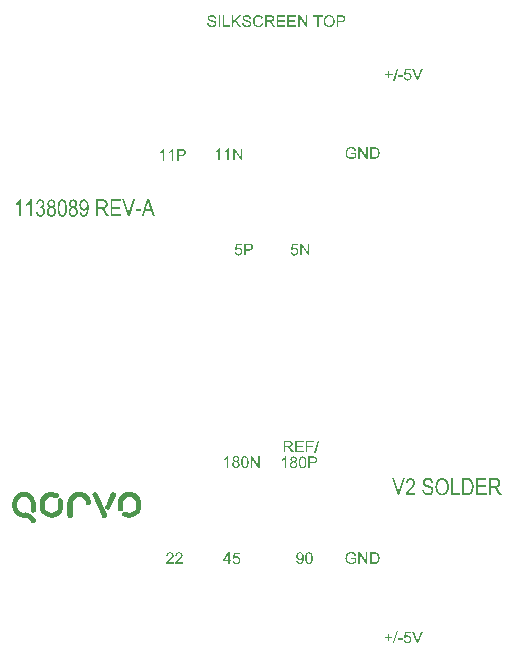
<source format=gbr>
G04 CAM350/DFMSTREAM V12.1 (Build 1022) Date:  Fri Nov 06 13:38:26 2015 *
G04 Database: C:\Projects\3894_EVB_TGP2105_MArnold_102015\Gerbers\110615\GBR_1138089-A.cam *
G04 Layer 3: SILKSCREEN_TOP *
%FSLAX24Y24*%
%MOIN*%
%SFA1.000B1.000*%

%MIA0B0*%
%IPPOS*%
%LNSILKSCREEN_TOP*%
%LPD*%
G36*
X4372Y9331D02*
G01Y9378D01*
X4518*
Y9331*
X4372*
G37*
G36*
X4365Y-9427D02*
G01Y-9379D01*
X4511*
Y-9427*
X4365*
G37*
G36*
X-4382Y4849D02*
G01Y4919D01*
X-4207*
Y4849*
X-4382*
G37*
G36*
X-1616Y11000D02*
G01Y11384D01*
X-1565*
Y11000*
X-1616*
G37*
G36*
X-3286Y6782D02*
G01Y6828D01*
X-3285Y6829*
X-3282*
X-3280Y6831*
X-3276Y6833*
X-3272Y6835*
X-3263Y6840*
X-3252Y6847*
X-3241Y6854*
X-3229Y6863*
X-3217Y6873*
X-3216Y6874*
X-3215Y6875*
X-3212Y6877*
X-3207Y6883*
X-3201Y6889*
X-3194Y6897*
X-3187Y6906*
X-3181Y6915*
X-3175Y6924*
X-3145*
Y6539*
X-3192*
Y6838*
X-3195Y6836*
X-3199Y6833*
X-3204Y6829*
X-3210Y6824*
X-3218Y6818*
X-3227Y6812*
X-3237Y6806*
X-3238*
X-3241Y6803*
X-3247Y6801*
X-3254Y6797*
X-3261Y6793*
X-3270Y6789*
X-3278Y6786*
X-3286Y6782*
G37*
G36*
X-1435Y-3451D02*
G01Y-3405D01*
X-1433Y-3404*
X-1431*
X-1428Y-3402*
X-1425Y-3400*
X-1421Y-3398*
X-1412Y-3393*
X-1401Y-3387*
X-1390Y-3379*
X-1378Y-3370*
X-1366Y-3360*
X-1365Y-3359*
X-1364Y-3358*
X-1361Y-3356*
X-1356Y-3350*
X-1350Y-3344*
X-1343Y-3336*
X-1336Y-3327*
X-1330Y-3318*
X-1324Y-3309*
X-1294*
Y-3695*
X-1341*
Y-3395*
X-1344Y-3397*
X-1347Y-3400*
X-1353Y-3404*
X-1359Y-3409*
X-1367Y-3415*
X-1376Y-3421*
X-1386Y-3427*
X-1387Y-3428*
X-1390Y-3430*
X-1396Y-3433*
X-1402Y-3436*
X-1410Y-3440*
X-1418Y-3444*
X-1427Y-3448*
X-1435Y-3451*
G37*
G36*
X491Y-3461D02*
G01Y-3415D01*
X492*
X493Y-3414*
X495Y-3413*
X498Y-3412*
X501Y-3410*
X505Y-3408*
X515Y-3402*
X526Y-3396*
X537Y-3388*
X548Y-3380*
X560Y-3370*
X561*
Y-3369*
X563Y-3367*
X565Y-3366*
X570Y-3360*
X577Y-3354*
X583Y-3346*
X591Y-3337*
X597Y-3328*
X602Y-3319*
X633*
Y-3704*
X586*
Y-3404*
X585Y-3405*
X582Y-3407*
X579Y-3410*
X573Y-3414*
X567Y-3419*
X559Y-3425*
X551Y-3431*
X541Y-3437*
X540*
X536Y-3440*
X531Y-3442*
X524Y-3446*
X516Y-3450*
X508Y-3453*
X500Y-3457*
X491Y-3461*
G37*
G36*
X-3585Y6782D02*
G01Y6828D01*
X-3584*
X-3583Y6829*
X-3581*
X-3578Y6831*
X-3575Y6833*
X-3571Y6835*
X-3562Y6840*
X-3550Y6847*
X-3539Y6854*
X-3528Y6863*
X-3516Y6873*
X-3515Y6874*
X-3513Y6875*
X-3511Y6877*
X-3506Y6883*
X-3499Y6889*
X-3493Y6897*
X-3486Y6906*
X-3479Y6915*
X-3474Y6924*
X-3443*
Y6539*
X-3491*
Y6838*
X-3494Y6836*
X-3497Y6833*
X-3503Y6829*
X-3509Y6824*
X-3517Y6818*
X-3525Y6812*
X-3535Y6806*
X-3536*
X-3537*
X-3540Y6803*
X-3545Y6801*
X-3552Y6797*
X-3560Y6793*
X-3568Y6789*
X-3577Y6786*
X-3585Y6782*
G37*
G36*
X-1422Y6803D02*
G01Y6848D01*
X-1421*
X-1420Y6850*
X-1418*
X-1415Y6852*
X-1412Y6853*
X-1408Y6856*
X-1399Y6861*
X-1388Y6867*
X-1376Y6875*
X-1365Y6884*
X-1353Y6893*
Y6894*
X-1352*
X-1350Y6896*
X-1348Y6898*
X-1343Y6903*
X-1336Y6910*
X-1330Y6918*
X-1323Y6927*
X-1316Y6936*
X-1311Y6945*
X-1280*
Y6559*
X-1328*
Y6859*
X-1331Y6857*
X-1334Y6853*
X-1340Y6850*
X-1346Y6845*
X-1354Y6839*
X-1363Y6833*
X-1373Y6827*
X-1374Y6826*
X-1377Y6824*
X-1383Y6821*
X-1389Y6818*
X-1397Y6814*
X-1405Y6810*
X-1414Y6806*
X-1422Y6803*
G37*
G36*
X-1721D02*
G01Y6848D01*
X-1720*
X-1719Y6850*
X-1717*
X-1714Y6852*
X-1711Y6853*
X-1707Y6856*
X-1697Y6861*
X-1686Y6867*
X-1675Y6875*
X-1663Y6884*
X-1652Y6893*
X-1651Y6894*
X-1649Y6896*
X-1647Y6898*
X-1642Y6903*
X-1635Y6910*
X-1628Y6918*
X-1621Y6927*
X-1615Y6936*
X-1610Y6945*
X-1579*
Y6559*
X-1626*
Y6859*
X-1627*
X-1630Y6857*
X-1633Y6853*
X-1638Y6850*
X-1644Y6845*
X-1652Y6839*
X-1661Y6833*
X-1671Y6827*
X-1672*
Y6826*
X-1676Y6824*
X-1681Y6821*
X-1688Y6818*
X-1696Y6814*
X-1704Y6810*
X-1712Y6806*
X-1721Y6803*
G37*
G36*
X4206Y9209D02*
G01X4318Y9606D01*
X4355*
X4244Y9209*
X4206*
G37*
G36*
X1573Y-3191D02*
G01X1685Y-2794D01*
X1723*
X1611Y-3191*
X1573*
G37*
G36*
X4199Y-9549D02*
G01X4311Y-9151D01*
X4349*
X4237Y-9549*
X4199*
G37*
G36*
X3922Y9383D02*
G01Y9427D01*
X4026*
Y9531*
X4071*
Y9427*
X4175*
Y9383*
X4071*
Y9278*
X4026*
Y9383*
X3922*
G37*
G36*
X3915Y-9374D02*
G01Y-9331D01*
X4020*
Y-9226*
X4064*
Y-9331*
X4168*
Y-9374*
X4064*
Y-9480*
X4020*
Y-9374*
X3915*
G37*
G36*
X-1478Y11000D02*
G01Y11384D01*
X-1427*
Y11046*
X-1237*
Y11000*
X-1478*
G37*
G36*
X-8029Y5040D02*
G01Y5108D01*
X-8028*
X-8027*
X-8025Y5110*
X-8022Y5113*
X-8013Y5118*
X-8002Y5126*
X-7988Y5135*
X-7975Y5147*
X-7961Y5159*
X-7947Y5173*
X-7946Y5174*
X-7945Y5175*
X-7941Y5180*
X-7934Y5188*
X-7927Y5198*
X-7919Y5209*
X-7910Y5223*
X-7902Y5236*
X-7896Y5250*
X-7859*
Y4679*
X-7915*
Y5124*
X-7916Y5123*
X-7919Y5120*
X-7924Y5116*
X-7929Y5109*
X-7937Y5103*
X-7946Y5094*
X-7957Y5085*
X-7969Y5076*
X-7970Y5075*
X-7974Y5072*
X-7980Y5068*
X-7988Y5063*
X-7998Y5057*
X-8008Y5051*
X-8018Y5045*
X-8029Y5040*
G37*
G36*
X-8392D02*
G01Y5108D01*
X-8391*
X-8389*
X-8388Y5110*
X-8384Y5113*
X-8375Y5118*
X-8364Y5126*
X-8351Y5135*
X-8338Y5147*
X-8323Y5159*
X-8309Y5173*
X-8308Y5174*
Y5175*
X-8303Y5180*
X-8297Y5188*
X-8289Y5198*
X-8281Y5209*
X-8273Y5223*
X-8264Y5236*
X-8258Y5250*
X-8221*
Y4679*
X-8278*
Y5123*
X-8281Y5120*
X-8286Y5116*
X-8292Y5109*
X-8299Y5103*
X-8308Y5094*
X-8319Y5085*
X-8331Y5076*
X-8333Y5075*
X-8337Y5072*
X-8343Y5068*
X-8351Y5063*
X-8360Y5057*
X-8371Y5051*
X-8381Y5045*
X-8392Y5040*
G37*
G36*
X4550Y-9442D02*
G01X4599Y-9438D01*
Y-9439*
X4600Y-9441*
Y-9444*
X4602Y-9450*
X4604Y-9458*
X4607Y-9467*
X4612Y-9476*
X4617Y-9484*
X4624Y-9492*
X4625Y-9493*
X4627Y-9495*
X4632Y-9498*
X4638Y-9501*
X4645Y-9504*
X4653Y-9507*
X4662Y-9509*
X4673Y-9510*
X4676*
X4678Y-9509*
X4685*
X4693Y-9507*
X4702Y-9504*
X4712Y-9499*
X4722Y-9493*
X4726Y-9489*
X4731Y-9484*
X4732Y-9483*
X4733Y-9482*
X4734Y-9480*
X4738Y-9474*
X4743Y-9466*
X4747Y-9457*
X4751Y-9445*
X4753Y-9431*
X4754Y-9424*
Y-9416*
Y-9415*
Y-9414*
Y-9412*
Y-9409*
Y-9406*
X4753Y-9402*
X4752Y-9393*
X4749Y-9383*
X4745Y-9372*
X4739Y-9362*
X4732Y-9353*
Y-9352*
X4731*
X4728Y-9349*
X4723Y-9345*
X4716Y-9341*
X4707Y-9337*
X4697Y-9333*
X4686Y-9330*
X4679Y-9329*
X4668*
X4664*
X4658Y-9330*
X4652Y-9332*
X4645Y-9333*
X4638Y-9336*
X4631Y-9339*
X4630Y-9340*
X4628Y-9341*
X4625Y-9344*
X4620Y-9347*
X4616Y-9351*
X4611Y-9356*
X4606Y-9361*
X4602Y-9367*
X4558Y-9361*
X4595Y-9163*
X4786*
Y-9208*
X4632*
X4612Y-9311*
X4613*
X4615Y-9309*
X4618Y-9308*
X4621Y-9306*
X4625Y-9304*
X4634Y-9299*
X4645Y-9295*
X4657Y-9291*
X4671Y-9288*
X4677Y-9287*
X4690*
X4693Y-9288*
X4697*
X4702Y-9289*
X4708Y-9290*
X4714Y-9292*
X4727Y-9296*
X4734Y-9298*
X4742Y-9302*
X4749Y-9306*
X4756Y-9311*
X4763Y-9316*
X4769Y-9322*
X4770Y-9323*
X4771Y-9324*
X4773Y-9326*
X4775Y-9328*
X4778Y-9332*
X4781Y-9336*
X4784Y-9341*
X4787Y-9347*
X4790Y-9353*
X4793Y-9359*
X4796Y-9367*
X4799Y-9375*
X4801Y-9383*
X4803Y-9393*
X4804Y-9402*
Y-9412*
Y-9413*
Y-9414*
Y-9417*
Y-9421*
X4803Y-9425*
Y-9430*
X4802Y-9437*
X4801Y-9443*
X4797Y-9457*
X4792Y-9472*
X4788Y-9480*
X4784Y-9487*
X4779Y-9495*
X4774Y-9502*
X4773Y-9503*
X4772Y-9504*
X4770Y-9507*
X4767Y-9509*
X4763Y-9513*
X4759Y-9517*
X4753Y-9521*
X4747Y-9525*
X4741Y-9530*
X4733Y-9534*
X4724Y-9538*
X4716Y-9541*
X4706Y-9544*
X4696Y-9546*
X4685Y-9548*
X4673Y-9549*
X4668*
X4664Y-9548*
X4660*
X4655Y-9547*
X4648Y-9546*
X4642Y-9545*
X4628Y-9541*
X4615Y-9536*
X4607Y-9533*
X4600Y-9529*
X4594Y-9525*
X4587Y-9520*
X4586Y-9519*
X4585*
X4584Y-9517*
X4582Y-9514*
X4579Y-9512*
X4576Y-9508*
X4573Y-9504*
X4570Y-9499*
X4567Y-9494*
X4564Y-9488*
X4557Y-9474*
X4552Y-9459*
X4551Y-9450*
X4550Y-9442*
G37*
G36*
X780Y3481D02*
G01X829Y3485D01*
Y3483*
X830Y3482*
Y3479*
X832Y3473*
X834Y3465*
X837Y3456*
X842Y3447*
X847Y3438*
X854Y3431*
X855Y3430*
X857Y3428*
X862Y3425*
X868Y3422*
X875Y3419*
X883Y3416*
X892Y3414*
X903Y3413*
X906*
X908Y3414*
X915*
X923Y3416*
X932Y3419*
X942Y3424*
X952Y3430*
X956Y3434*
X961Y3438*
Y3439*
X962Y3440*
X963Y3441*
X965Y3443*
X968Y3449*
X973Y3457*
X977Y3466*
X981Y3478*
X983Y3492*
X985Y3499*
Y3507*
Y3508*
Y3511*
X984Y3513*
Y3517*
X983Y3521*
X982Y3530*
X979Y3540*
X975Y3551*
X970Y3561*
X962Y3570*
Y3571*
X961*
X958Y3574*
X953Y3578*
X946Y3582*
X937Y3586*
X927Y3590*
X916Y3593*
X909Y3594*
X898*
X894Y3593*
X888*
X882Y3591*
X875Y3589*
X868Y3587*
X861Y3583*
X860*
X858Y3582*
X855Y3579*
X850Y3576*
X846Y3572*
X841Y3567*
X836Y3562*
X832Y3556*
X788Y3562*
X825Y3760*
X1016*
Y3715*
X862*
X842Y3612*
X844*
X845Y3613*
X848Y3615*
X851Y3617*
X855Y3619*
X864Y3623*
X875Y3628*
X887Y3632*
X901Y3634*
X907Y3636*
X920*
X923Y3635*
X927Y3634*
X932*
X938Y3633*
X944Y3631*
X957Y3627*
X965Y3624*
X972Y3621*
X979Y3617*
X986Y3612*
X993Y3607*
X1000Y3601*
Y3600*
X1001Y3599*
X1003Y3597*
X1005Y3594*
X1008Y3591*
X1011Y3587*
X1014Y3582*
X1017Y3576*
X1020Y3570*
X1023Y3563*
X1026Y3556*
X1029Y3548*
X1031Y3540*
X1033Y3530*
X1034Y3521*
Y3511*
Y3510*
Y3508*
Y3506*
Y3502*
X1033Y3497*
Y3492*
X1032Y3486*
X1031Y3480*
X1027Y3466*
X1022Y3451*
X1018Y3443*
X1014Y3436*
X1009Y3428*
X1004Y3421*
X1003Y3420*
X1002Y3419*
X1000Y3416*
X997Y3414*
X993Y3410*
X989Y3406*
X983Y3402*
X977Y3397*
X971Y3393*
X963Y3389*
X955Y3385*
X946Y3381*
X936Y3379*
X926Y3376*
X915Y3375*
X903Y3374*
X898*
X894Y3375*
X890*
X885Y3376*
X879*
X872Y3378*
X859Y3381*
X845Y3386*
X837Y3390*
X830Y3394*
X824Y3398*
X817Y3403*
X816Y3404*
X815*
X814Y3406*
X812Y3409*
X809Y3411*
X806Y3415*
X803Y3419*
X800Y3424*
X797Y3429*
X794Y3435*
X787Y3448*
X782Y3464*
X781Y3472*
X780Y3481*
G37*
G36*
X-1085Y3484D02*
G01X-1036Y3488D01*
Y3487*
Y3486*
Y3485*
X-1035Y3482*
X-1033Y3476*
X-1031Y3467*
X-1028Y3459*
X-1023Y3450*
X-1018Y3441*
X-1011Y3434*
X-1010Y3433*
X-1008Y3431*
X-1003Y3428*
X-997Y3425*
X-991Y3421*
X-982Y3419*
X-973Y3416*
X-962*
X-959*
X-957*
X-950Y3417*
X-942Y3419*
X-933Y3422*
X-923Y3426*
X-913Y3433*
X-909Y3437*
X-905Y3441*
X-904Y3442*
X-903*
X-902Y3444*
X-901Y3446*
X-897Y3452*
X-892Y3460*
X-888Y3469*
X-885Y3481*
X-882Y3495*
X-881Y3502*
Y3510*
Y3511*
Y3513*
Y3516*
Y3520*
X-882Y3523*
X-883Y3532*
X-886Y3543*
X-890Y3553*
X-896Y3563*
X-903Y3573*
X-905Y3574*
X-907Y3577*
X-912Y3581*
X-919Y3585*
X-928Y3589*
X-938Y3593*
X-949Y3596*
X-956Y3597*
X-967*
X-971Y3596*
X-977*
X-983Y3594*
X-990Y3592*
X-997Y3589*
X-1004Y3586*
X-1005*
X-1007Y3584*
X-1011Y3582*
X-1015Y3579*
X-1019Y3575*
X-1024Y3570*
X-1029Y3565*
X-1033Y3559*
X-1077Y3565*
X-1040Y3763*
X-849*
Y3718*
X-1003*
X-1023Y3614*
X-1022Y3615*
X-1020Y3616*
X-1017Y3618*
X-1014Y3619*
X-1010Y3622*
X-1001Y3626*
X-990Y3631*
X-978Y3634*
X-964Y3637*
X-958Y3638*
X-946*
X-942*
X-938Y3637*
X-933*
X-927Y3636*
X-921Y3634*
X-908Y3630*
X-901Y3627*
X-893Y3623*
X-886Y3619*
X-879Y3615*
X-872Y3609*
X-866Y3603*
X-865*
X-864Y3602*
X-862Y3600*
X-860Y3597*
X-857Y3593*
X-855Y3589*
X-851Y3584*
X-848Y3579*
X-845Y3573*
X-842Y3566*
X-839Y3558*
X-836Y3551*
X-834Y3542*
X-832Y3533*
X-831Y3523*
Y3513*
Y3511*
Y3508*
Y3505*
X-832Y3500*
Y3495*
X-833Y3489*
X-835Y3483*
X-838Y3468*
X-843Y3453*
X-847Y3446*
X-851Y3439*
X-856Y3431*
X-861Y3424*
X-862Y3423*
X-863Y3421*
X-865Y3419*
X-868Y3416*
X-872Y3413*
X-876Y3409*
X-882Y3405*
X-888Y3400*
X-895Y3396*
X-902Y3392*
X-911Y3388*
X-919Y3384*
X-929Y3381*
X-939Y3379*
X-951Y3377*
X-962*
X-967*
X-971*
X-976Y3378*
X-981Y3379*
X-987*
X-993Y3381*
X-1007Y3384*
X-1021Y3389*
X-1028Y3392*
X-1035Y3396*
X-1042Y3401*
X-1048Y3406*
X-1049*
X-1050Y3407*
X-1051Y3409*
X-1053Y3411*
X-1056Y3414*
X-1059Y3417*
X-1062Y3422*
X-1065Y3427*
X-1068Y3432*
X-1072Y3438*
X-1078Y3451*
X-1083Y3467*
X-1084Y3475*
X-1085Y3484*
G37*
G36*
X-1154Y-6802D02*
G01X-1105Y-6798D01*
Y-6799*
X-1104Y-6801*
Y-6804*
X-1102Y-6810*
X-1100Y-6818*
X-1097Y-6827*
X-1092Y-6836*
X-1087Y-6844*
X-1080Y-6852*
X-1079Y-6853*
X-1077Y-6855*
X-1072Y-6858*
X-1066Y-6861*
X-1060Y-6864*
X-1051Y-6867*
X-1042Y-6869*
X-1031Y-6870*
X-1028*
X-1026Y-6869*
X-1019*
X-1011Y-6866*
X-1002Y-6864*
X-992Y-6859*
X-982Y-6853*
X-978Y-6849*
X-974Y-6844*
X-973*
X-972Y-6843*
X-971Y-6842*
X-970Y-6840*
X-966Y-6834*
X-961Y-6826*
X-957Y-6817*
X-954Y-6805*
X-951Y-6791*
X-950Y-6784*
Y-6776*
Y-6775*
Y-6774*
Y-6772*
Y-6769*
Y-6766*
X-951Y-6762*
X-952Y-6753*
X-955Y-6743*
X-959Y-6732*
X-965Y-6722*
X-972Y-6713*
Y-6712*
X-974*
X-976Y-6709*
X-981Y-6705*
X-988Y-6701*
X-997Y-6697*
X-1007Y-6693*
X-1018Y-6690*
X-1025Y-6689*
X-1036*
X-1040*
X-1046Y-6690*
X-1052Y-6692*
X-1059Y-6693*
X-1066Y-6696*
X-1073Y-6699*
X-1074Y-6700*
X-1076Y-6701*
X-1080Y-6704*
X-1084Y-6707*
X-1088Y-6711*
X-1093Y-6716*
X-1098Y-6721*
X-1102Y-6727*
X-1146Y-6721*
X-1109Y-6523*
X-918*
Y-6568*
X-1072*
X-1092Y-6671*
X-1091*
X-1089Y-6669*
X-1086Y-6668*
X-1083Y-6666*
X-1079Y-6664*
X-1070Y-6659*
X-1059Y-6655*
X-1047Y-6651*
X-1033Y-6648*
X-1027Y-6647*
X-1015*
X-1011Y-6648*
X-1007*
X-1002Y-6649*
X-996Y-6650*
X-990Y-6652*
X-977Y-6656*
X-970Y-6658*
X-962Y-6662*
X-955Y-6666*
X-948Y-6671*
X-941Y-6676*
X-935Y-6682*
X-934Y-6683*
X-933Y-6684*
X-931Y-6686*
X-929Y-6688*
X-926Y-6692*
X-924Y-6696*
X-920Y-6701*
X-917Y-6707*
X-914Y-6713*
X-911Y-6719*
X-908Y-6727*
X-905Y-6735*
X-903Y-6743*
X-901Y-6753*
X-900Y-6762*
Y-6772*
Y-6773*
Y-6774*
Y-6777*
Y-6781*
X-901Y-6785*
Y-6790*
X-902Y-6797*
X-904Y-6803*
X-907Y-6817*
X-912Y-6832*
X-916Y-6840*
X-920Y-6847*
X-925Y-6855*
X-930Y-6862*
X-931Y-6863*
X-932Y-6864*
X-934Y-6866*
X-937Y-6869*
X-941Y-6873*
X-945Y-6877*
X-951Y-6881*
X-957Y-6885*
X-964Y-6890*
X-971Y-6894*
X-980Y-6898*
X-988Y-6901*
X-998Y-6904*
X-1008Y-6906*
X-1020Y-6908*
X-1031Y-6909*
X-1036*
X-1040Y-6908*
X-1045*
X-1050Y-6907*
X-1056Y-6906*
X-1062Y-6905*
X-1076Y-6901*
X-1090Y-6896*
X-1097Y-6893*
X-1104Y-6889*
X-1111Y-6885*
X-1117Y-6880*
X-1118Y-6879*
X-1119*
X-1120Y-6876*
X-1122Y-6874*
X-1125Y-6871*
X-1128Y-6868*
X-1131Y-6864*
X-1134Y-6859*
X-1137Y-6854*
X-1141Y-6848*
X-1147Y-6834*
X-1152Y-6819*
X-1153Y-6810*
X-1154Y-6802*
G37*
G36*
X1052Y-3515D02*
G01Y-3514D01*
Y-3512*
Y-3508*
Y-3504*
X1053Y-3498*
Y-3491*
Y-3484*
X1054Y-3476*
X1056Y-3458*
X1058Y-3440*
X1062Y-3422*
X1064Y-3413*
X1066Y-3405*
X1067Y-3403*
X1068Y-3401*
X1069Y-3398*
X1070Y-3395*
X1072Y-3391*
X1077Y-3381*
X1082Y-3371*
X1089Y-3361*
X1098Y-3350*
X1108Y-3341*
X1109Y-3340*
X1111Y-3339*
X1113Y-3338*
X1116Y-3336*
X1119Y-3334*
X1127Y-3330*
X1137Y-3326*
X1149Y-3322*
X1163Y-3320*
X1178Y-3319*
X1183*
X1189*
X1196Y-3320*
X1204Y-3322*
X1213Y-3324*
X1223Y-3327*
X1232Y-3331*
X1233Y-3332*
X1235Y-3334*
X1240Y-3336*
X1245Y-3340*
X1252Y-3346*
X1258Y-3352*
X1264Y-3359*
X1270Y-3367*
X1271Y-3369*
X1273Y-3371*
X1275Y-3376*
X1279Y-3383*
X1283Y-3392*
X1287Y-3401*
X1291Y-3412*
X1294Y-3425*
X1295Y-3426*
Y-3428*
X1296Y-3431*
X1297Y-3434*
Y-3438*
X1298Y-3443*
X1299Y-3448*
X1300Y-3455*
Y-3461*
X1301Y-3469*
X1302Y-3477*
X1303Y-3486*
Y-3494*
Y-3504*
Y-3515*
Y-3516*
Y-3518*
Y-3522*
Y-3526*
Y-3532*
Y-3539*
X1302Y-3546*
Y-3554*
X1300Y-3572*
X1297Y-3590*
X1294Y-3608*
X1292Y-3616*
X1289Y-3624*
Y-3625*
X1288Y-3626*
X1287Y-3628*
X1286Y-3631*
X1285Y-3635*
X1283Y-3639*
X1278Y-3648*
X1273Y-3658*
X1265Y-3669*
X1257Y-3679*
X1247Y-3689*
X1246Y-3690*
X1244Y-3691*
X1242Y-3692*
X1239Y-3694*
X1237Y-3696*
X1228Y-3700*
X1218Y-3704*
X1207Y-3708*
X1193Y-3710*
X1178Y-3711*
X1172*
X1168Y-3710*
X1164*
X1158Y-3709*
X1152Y-3708*
X1146Y-3706*
X1139Y-3704*
X1132Y-3702*
X1124Y-3698*
X1117Y-3694*
X1110Y-3690*
X1103Y-3684*
X1096Y-3678*
X1090Y-3672*
X1089Y-3671*
X1088Y-3669*
X1087Y-3667*
X1084Y-3662*
X1081Y-3657*
X1078Y-3650*
X1075Y-3643*
X1071Y-3634*
X1068Y-3624*
X1065Y-3612*
X1061Y-3599*
X1058Y-3585*
X1056Y-3569*
X1054Y-3553*
X1053Y-3534*
X1052Y-3515*
G37*
G36*
X-874Y-3505D02*
G01Y-3503D01*
Y-3499*
Y-3494*
X-873Y-3488*
Y-3481*
Y-3474*
X-872Y-3466*
X-871Y-3449*
X-868Y-3430*
X-865Y-3412*
X-862Y-3404*
X-860Y-3395*
Y-3394*
X-859Y-3392*
X-857Y-3389*
X-856Y-3385*
X-854Y-3381*
X-850Y-3372*
X-844Y-3362*
X-837Y-3351*
X-829Y-3340*
X-819Y-3332*
X-818*
X-817Y-3331*
X-816Y-3329*
X-814Y-3328*
X-811Y-3326*
X-807Y-3324*
X-799Y-3320*
X-789Y-3316*
X-777Y-3312*
X-764Y-3310*
X-749Y-3309*
X-744*
X-738*
X-730Y-3311*
X-722Y-3312*
X-713Y-3314*
X-704Y-3317*
X-695Y-3322*
X-694*
X-691Y-3324*
X-686Y-3327*
X-681Y-3331*
X-675Y-3336*
X-668Y-3342*
X-662Y-3349*
X-656Y-3358*
X-655Y-3359*
X-653Y-3362*
X-651Y-3367*
X-647Y-3374*
X-644Y-3382*
X-639Y-3392*
X-635Y-3403*
X-632Y-3415*
Y-3417*
X-631Y-3418*
X-630Y-3421*
Y-3424*
X-629Y-3428*
X-628Y-3433*
Y-3439*
X-627Y-3445*
X-626Y-3451*
X-625Y-3459*
X-624Y-3467*
Y-3476*
Y-3485*
X-623Y-3495*
Y-3505*
Y-3506*
Y-3508*
Y-3512*
Y-3516*
X-624Y-3523*
Y-3529*
Y-3536*
X-625Y-3544*
X-627Y-3562*
X-629Y-3580*
X-633Y-3598*
X-635Y-3606*
X-638Y-3615*
Y-3616*
X-639Y-3619*
X-640Y-3621*
X-641Y-3625*
X-644Y-3629*
X-648Y-3639*
X-654Y-3649*
X-661Y-3660*
X-669Y-3670*
X-679Y-3679*
X-680*
Y-3680*
X-682Y-3681*
X-684Y-3682*
X-687Y-3684*
X-690Y-3686*
X-698Y-3690*
X-708Y-3694*
X-720Y-3698*
X-734Y-3700*
X-749Y-3701*
X-754*
X-758*
X-762Y-3700*
X-768Y-3699*
X-774Y-3698*
X-781Y-3696*
X-787Y-3694*
X-795Y-3692*
X-802Y-3688*
X-809Y-3685*
X-816Y-3680*
X-824Y-3675*
X-830Y-3668*
X-836Y-3662*
X-837Y-3661*
X-838Y-3660*
X-840Y-3657*
X-842Y-3652*
X-845Y-3647*
X-848Y-3641*
X-852Y-3633*
X-855Y-3624*
X-859Y-3614*
X-862Y-3602*
X-865Y-3590*
X-868Y-3575*
X-871Y-3560*
X-872Y-3543*
X-873Y-3525*
X-874Y-3505*
G37*
G36*
X-3076Y-6900D02*
G01Y-6897D01*
Y-6894*
Y-6890*
X-3075Y-6885*
X-3074Y-6879*
X-3073Y-6873*
X-3071Y-6867*
X-3070Y-6866*
X-3069Y-6863*
X-3067Y-6858*
X-3063Y-6851*
X-3059Y-6843*
X-3053Y-6835*
X-3047Y-6826*
X-3040Y-6816*
X-3038Y-6815*
X-3036Y-6812*
X-3031Y-6807*
X-3023Y-6800*
X-3015Y-6791*
X-3005Y-6781*
X-2992Y-6770*
X-2978Y-6759*
X-2977Y-6758*
X-2975Y-6756*
X-2972Y-6754*
X-2968Y-6750*
X-2963Y-6746*
X-2957Y-6741*
X-2951Y-6735*
X-2944Y-6729*
X-2930Y-6716*
X-2916Y-6702*
X-2909Y-6696*
X-2903Y-6689*
X-2897Y-6683*
X-2893Y-6677*
Y-6676*
X-2892*
X-2891Y-6674*
X-2890Y-6672*
X-2886Y-6666*
X-2881Y-6659*
X-2877Y-6650*
X-2874Y-6640*
X-2871Y-6630*
X-2870Y-6620*
Y-6619*
X-2871Y-6615*
Y-6610*
X-2873Y-6604*
X-2875Y-6596*
X-2879Y-6588*
X-2884Y-6580*
X-2891Y-6573*
X-2892Y-6571*
X-2895Y-6569*
X-2899Y-6567*
X-2905Y-6563*
X-2912Y-6559*
X-2921Y-6556*
X-2932Y-6554*
X-2944Y-6553*
X-2947*
X-2949Y-6554*
X-2956*
X-2964Y-6556*
X-2972Y-6558*
X-2981Y-6562*
X-2990Y-6567*
X-2998Y-6574*
X-3000Y-6575*
X-3002Y-6578*
X-3005Y-6582*
X-3008Y-6589*
X-3012Y-6596*
X-3016Y-6606*
X-3018Y-6618*
X-3019Y-6630*
X-3067Y-6625*
Y-6623*
Y-6620*
X-3066Y-6616*
X-3065Y-6612*
X-3064Y-6607*
X-3062Y-6601*
X-3061Y-6595*
X-3056Y-6581*
X-3050Y-6568*
X-3046Y-6562*
X-3041Y-6555*
X-3036Y-6549*
X-3030Y-6543*
X-3028Y-6542*
X-3027Y-6540*
X-3024Y-6539*
X-3021Y-6537*
X-3017Y-6534*
X-3012Y-6532*
X-3007Y-6529*
X-3001Y-6526*
X-2994Y-6523*
X-2987Y-6521*
X-2979Y-6519*
X-2971Y-6517*
X-2962Y-6515*
X-2952*
X-2942Y-6514*
X-2937*
X-2933Y-6515*
X-2929*
X-2923Y-6516*
X-2917Y-6517*
X-2911Y-6518*
X-2896Y-6522*
X-2882Y-6528*
X-2875Y-6531*
X-2867Y-6535*
X-2861Y-6540*
X-2855Y-6545*
X-2854Y-6546*
X-2853Y-6547*
X-2852Y-6549*
X-2850Y-6551*
X-2847Y-6554*
X-2844Y-6558*
X-2841Y-6562*
X-2838Y-6567*
X-2833Y-6577*
X-2827Y-6590*
X-2825Y-6597*
X-2824Y-6605*
X-2823Y-6613*
X-2822Y-6621*
Y-6622*
Y-6625*
X-2823Y-6629*
Y-6635*
X-2824Y-6642*
X-2826Y-6650*
X-2829Y-6658*
X-2832Y-6666*
X-2833Y-6668*
X-2834Y-6670*
X-2836Y-6675*
X-2839Y-6681*
X-2844Y-6687*
X-2849Y-6696*
X-2856Y-6704*
X-2864Y-6714*
X-2865Y-6715*
X-2867Y-6718*
X-2870Y-6721*
X-2873Y-6724*
X-2876Y-6727*
X-2881Y-6731*
X-2885Y-6736*
X-2891Y-6741*
X-2896Y-6746*
X-2903Y-6752*
X-2910Y-6759*
X-2918Y-6766*
X-2927Y-6773*
X-2936Y-6781*
X-2937Y-6782*
X-2940Y-6784*
X-2942Y-6786*
X-2946Y-6790*
X-2950Y-6793*
X-2959Y-6800*
X-2968Y-6808*
X-2977Y-6817*
X-2985Y-6824*
X-2988Y-6827*
X-2991Y-6830*
X-2993Y-6832*
X-2995Y-6834*
X-2998Y-6837*
X-3001Y-6841*
X-3004Y-6845*
X-3011Y-6855*
X-2821*
Y-6900*
X-3076*
G37*
G36*
X-3375D02*
G01Y-6897D01*
Y-6894*
X-3374Y-6890*
Y-6885*
X-3373Y-6879*
X-3371Y-6873*
X-3369Y-6867*
Y-6866*
X-3368Y-6863*
X-3365Y-6858*
X-3362Y-6851*
X-3358Y-6843*
X-3352Y-6835*
X-3346Y-6826*
X-3338Y-6816*
X-3337Y-6815*
X-3334Y-6812*
X-3329Y-6807*
X-3322Y-6800*
X-3314Y-6791*
X-3303Y-6781*
X-3290Y-6770*
X-3277Y-6759*
X-3276Y-6758*
X-3274Y-6756*
X-3270Y-6754*
X-3267Y-6750*
X-3262Y-6746*
X-3255Y-6741*
X-3249Y-6735*
X-3242Y-6729*
X-3228Y-6716*
X-3214Y-6702*
X-3208Y-6696*
X-3202Y-6689*
X-3196Y-6683*
X-3192Y-6677*
Y-6676*
X-3191*
X-3189Y-6674*
X-3188Y-6672*
X-3184Y-6666*
X-3180Y-6659*
X-3176Y-6650*
X-3172Y-6640*
X-3170Y-6630*
X-3169Y-6620*
Y-6619*
Y-6615*
X-3170Y-6610*
X-3172Y-6604*
X-3174Y-6596*
X-3178Y-6588*
X-3183Y-6580*
X-3189Y-6573*
X-3191Y-6571*
X-3193Y-6569*
X-3197Y-6567*
X-3203Y-6563*
X-3211Y-6559*
X-3220Y-6556*
X-3230Y-6554*
X-3242Y-6553*
X-3245*
X-3248Y-6554*
X-3254*
X-3262Y-6556*
X-3270Y-6558*
X-3280Y-6562*
X-3289Y-6567*
X-3297Y-6574*
X-3298Y-6575*
X-3300Y-6578*
X-3304Y-6582*
X-3307Y-6589*
X-3311Y-6596*
X-3314Y-6606*
X-3316Y-6618*
X-3318Y-6630*
X-3366Y-6625*
X-3365Y-6623*
Y-6620*
Y-6616*
X-3364Y-6612*
X-3363Y-6607*
X-3361Y-6601*
X-3359Y-6595*
X-3355Y-6581*
X-3348Y-6568*
X-3344Y-6562*
X-3339Y-6555*
X-3334Y-6549*
X-3329Y-6543*
X-3328*
X-3327Y-6542*
X-3325Y-6540*
X-3323Y-6539*
X-3319Y-6537*
X-3315Y-6534*
X-3311Y-6532*
X-3305Y-6529*
X-3299Y-6526*
X-3293Y-6523*
X-3285Y-6521*
X-3278Y-6519*
X-3269Y-6517*
X-3260Y-6515*
X-3251*
X-3241Y-6514*
X-3235*
X-3232Y-6515*
X-3227*
X-3222Y-6516*
X-3215Y-6517*
X-3209Y-6518*
X-3195Y-6522*
X-3181Y-6528*
X-3173Y-6531*
X-3166Y-6535*
X-3159Y-6540*
X-3153Y-6545*
Y-6546*
X-3152Y-6547*
X-3151Y-6549*
X-3148Y-6551*
X-3146Y-6554*
X-3143Y-6558*
X-3140Y-6562*
X-3137Y-6567*
X-3131Y-6577*
X-3126Y-6590*
X-3123Y-6597*
X-3122Y-6605*
X-3121Y-6613*
Y-6621*
Y-6622*
Y-6625*
Y-6629*
X-3122Y-6635*
X-3123Y-6642*
X-3125Y-6650*
X-3127Y-6658*
X-3131Y-6666*
Y-6668*
X-3132Y-6670*
X-3134Y-6675*
X-3138Y-6681*
X-3142Y-6687*
X-3148Y-6696*
X-3154Y-6704*
X-3162Y-6714*
X-3163Y-6715*
X-3166Y-6718*
X-3169Y-6721*
X-3172Y-6724*
X-3175Y-6727*
X-3179Y-6731*
X-3184Y-6736*
X-3189Y-6741*
X-3195Y-6746*
X-3202Y-6752*
X-3209Y-6759*
X-3217Y-6766*
X-3225Y-6773*
X-3234Y-6781*
X-3235*
X-3236Y-6782*
X-3238Y-6784*
X-3241Y-6786*
X-3244Y-6790*
X-3248Y-6793*
X-3257Y-6800*
X-3267Y-6808*
X-3275Y-6817*
X-3283Y-6824*
X-3287Y-6827*
X-3289Y-6830*
X-3290*
X-3292Y-6832*
X-3294Y-6834*
X-3297Y-6837*
X-3299Y-6841*
X-3303Y-6845*
X-3309Y-6855*
X-3120*
Y-6900*
X-3375*
G37*
G36*
X4556Y9316D02*
G01X4606Y9320D01*
Y9319*
Y9318*
Y9317*
X4607Y9314*
X4608Y9308*
X4611Y9299*
X4614Y9291*
X4618Y9282*
X4624Y9273*
X4631Y9266*
X4632Y9265*
X4634Y9263*
X4638Y9260*
X4644Y9257*
X4651Y9253*
X4659Y9251*
X4669Y9248*
X4679*
X4683*
X4685*
X4692Y9249*
X4699Y9251*
X4709Y9254*
X4718Y9258*
X4728Y9265*
X4733Y9269*
X4737Y9273*
X4738Y9274*
X4739Y9276*
X4741Y9278*
X4745Y9284*
X4749Y9292*
X4753Y9301*
X4757Y9313*
X4760Y9327*
X4761Y9334*
Y9342*
Y9343*
Y9345*
X4760Y9348*
Y9352*
Y9355*
X4758Y9364*
X4755Y9375*
X4752Y9385*
X4746Y9395*
X4738Y9405*
X4737Y9406*
X4734Y9409*
X4729Y9413*
X4723Y9417*
X4714Y9421*
X4704Y9425*
X4692Y9428*
X4686Y9429*
X4675*
X4671Y9428*
X4665*
X4658Y9426*
X4652Y9424*
X4644Y9421*
X4637Y9418*
X4634Y9416*
X4631Y9414*
X4627Y9411*
X4622Y9407*
X4618Y9402*
X4613Y9397*
X4609Y9391*
X4565Y9397*
X4602Y9595*
X4793*
Y9550*
X4639*
X4618Y9446*
X4619*
X4620Y9447*
X4622Y9448*
X4624Y9450*
X4628Y9451*
X4632Y9454*
X4641Y9458*
X4652Y9463*
X4664Y9466*
X4677Y9469*
X4684Y9470*
X4696*
X4699*
X4704Y9469*
X4709*
X4714Y9468*
X4721Y9466*
X4734Y9462*
X4741Y9459*
X4748Y9455*
X4755Y9451*
X4763Y9447*
X4769Y9441*
X4776Y9435*
X4777*
X4778Y9434*
X4779Y9432*
X4782Y9429*
X4784Y9425*
X4787Y9421*
X4790Y9416*
X4794Y9411*
X4797Y9405*
X4800Y9398*
X4803Y9390*
X4805Y9383*
X4808Y9374*
X4809Y9365*
X4810Y9355*
X4811Y9345*
Y9343*
Y9340*
X4810Y9337*
Y9332*
X4809Y9327*
X4808Y9321*
X4807Y9315*
X4804Y9300*
X4798Y9285*
X4795Y9278*
X4790Y9270*
X4786Y9263*
X4780Y9256*
Y9255*
X4779Y9253*
X4777Y9251*
X4774Y9248*
X4770Y9245*
X4765Y9241*
X4760Y9237*
X4754Y9232*
X4747Y9228*
X4739Y9224*
X4731Y9220*
X4722Y9216*
X4713Y9213*
X4702Y9211*
X4691Y9209*
X4679*
X4674*
X4671*
X4666Y9210*
X4661Y9211*
X4655*
X4649Y9213*
X4635Y9216*
X4621Y9221*
X4614Y9224*
X4607Y9228*
X4600Y9233*
X4593Y9238*
X4592Y9239*
X4591Y9241*
X4588Y9243*
X4586Y9246*
X4583Y9249*
X4580Y9254*
X4577Y9259*
X4573Y9264*
X4570Y9270*
X4564Y9283*
X4559Y9299*
X4557Y9307*
X4556Y9316*
G37*
G36*
X1264Y-6729D02*
G01Y-6710D01*
Y-6709*
Y-6707*
Y-6703*
Y-6699*
Y-6693*
Y-6686*
X1265Y-6679*
Y-6670*
X1267Y-6653*
X1270Y-6635*
X1273Y-6617*
X1275Y-6608*
X1278Y-6600*
Y-6599*
Y-6598*
X1279Y-6596*
X1280Y-6593*
X1282Y-6589*
X1284Y-6585*
X1288Y-6576*
X1294Y-6566*
X1301Y-6555*
X1309Y-6545*
X1319Y-6536*
X1320*
Y-6535*
X1322Y-6534*
X1324Y-6533*
X1327Y-6530*
X1330Y-6529*
X1339Y-6524*
X1349Y-6521*
X1360Y-6517*
X1374Y-6514*
X1389Y-6513*
X1394*
X1400Y-6514*
X1408Y-6515*
X1416Y-6517*
X1425Y-6519*
X1434Y-6522*
X1443Y-6526*
X1444*
Y-6527*
X1447Y-6528*
X1451Y-6531*
X1457Y-6535*
X1463Y-6540*
X1470Y-6547*
X1476Y-6554*
X1482Y-6562*
Y-6563*
X1485Y-6566*
X1487Y-6571*
X1491Y-6578*
X1494Y-6587*
X1499Y-6596*
X1502Y-6607*
X1506Y-6619*
Y-6620*
Y-6621*
X1507Y-6623*
Y-6625*
X1508Y-6629*
X1509Y-6633*
X1510Y-6638*
Y-6643*
X1511Y-6649*
X1512Y-6656*
Y-6664*
X1514Y-6671*
Y-6680*
Y-6689*
X1515Y-6699*
Y-6710*
Y-6713*
Y-6716*
Y-6721*
X1514Y-6727*
Y-6734*
Y-6741*
X1513Y-6749*
X1511Y-6766*
X1509Y-6785*
X1505Y-6802*
X1503Y-6811*
X1500Y-6819*
Y-6820*
Y-6821*
X1499Y-6823*
X1497Y-6826*
X1496Y-6830*
X1494Y-6834*
X1490Y-6843*
X1484Y-6853*
X1477Y-6864*
X1469Y-6874*
X1459Y-6883*
X1458*
Y-6885*
X1456Y-6886*
X1454Y-6887*
X1451Y-6888*
X1448Y-6891*
X1440Y-6895*
X1430Y-6898*
X1418Y-6902*
X1404Y-6905*
X1389Y-6906*
X1384*
X1380Y-6905*
X1375*
X1370Y-6903*
X1364Y-6902*
X1357Y-6901*
X1350Y-6898*
X1343Y-6896*
X1336Y-6893*
X1329Y-6889*
X1322Y-6885*
X1314Y-6879*
X1308Y-6873*
X1302Y-6866*
X1301*
X1300Y-6864*
X1298Y-6861*
X1295Y-6857*
X1293Y-6852*
X1290Y-6845*
X1286Y-6837*
X1283Y-6829*
X1279Y-6819*
X1276Y-6807*
X1273Y-6794*
X1270Y-6780*
X1267Y-6764*
X1265Y-6747*
X1264Y-6729*
G37*
G36*
X753Y-3594D02*
G01Y-3593D01*
Y-3592*
Y-3590*
X754Y-3588*
Y-3584*
Y-3581*
X755Y-3572*
X758Y-3562*
X761Y-3552*
X766Y-3541*
X772Y-3531*
X773Y-3530*
X775Y-3527*
X780Y-3523*
X786Y-3517*
X794Y-3512*
X803Y-3506*
X814Y-3501*
X826Y-3497*
X825Y-3496*
X824*
X821Y-3494*
X816Y-3492*
X810Y-3489*
X803Y-3485*
X795Y-3479*
X789Y-3473*
X783Y-3466*
X782Y-3465*
X780Y-3463*
X778Y-3458*
X776Y-3453*
X773Y-3446*
X771Y-3437*
X769Y-3428*
Y-3418*
Y-3417*
Y-3416*
Y-3414*
Y-3411*
X770Y-3407*
Y-3403*
X773Y-3393*
X776Y-3382*
X781Y-3371*
X785Y-3365*
X789Y-3359*
X794Y-3353*
X799Y-3347*
X800Y-3346*
X802Y-3345*
X804Y-3343*
X807Y-3341*
X811Y-3339*
X815Y-3336*
X820Y-3333*
X825Y-3330*
X831Y-3327*
X838Y-3325*
X845Y-3323*
X861Y-3320*
X870Y-3319*
X879*
X884*
X887*
X891Y-3320*
X896*
X902Y-3321*
X907Y-3322*
X921Y-3326*
X934Y-3331*
X941Y-3334*
X947Y-3338*
X954Y-3343*
X960Y-3348*
Y-3349*
X961*
X962Y-3351*
X965Y-3353*
X967Y-3356*
X970Y-3360*
X975Y-3368*
X981Y-3379*
X986Y-3391*
X990Y-3405*
Y-3412*
X991Y-3420*
Y-3421*
Y-3424*
X990Y-3429*
X989Y-3435*
X987Y-3443*
X985Y-3451*
X981Y-3458*
X976Y-3466*
Y-3467*
X974Y-3470*
X970Y-3473*
X966Y-3477*
X960Y-3482*
X952Y-3487*
X944Y-3492*
X934Y-3497*
X935*
X936*
X937Y-3498*
X940Y-3499*
X946Y-3502*
X954Y-3506*
X962Y-3511*
X971Y-3517*
X980Y-3525*
X987Y-3534*
X988Y-3535*
X990Y-3538*
X993Y-3544*
X997Y-3551*
X1000Y-3560*
X1003Y-3571*
X1006Y-3582*
Y-3595*
Y-3596*
Y-3597*
Y-3600*
Y-3603*
X1005Y-3607*
Y-3612*
X1003Y-3618*
X1002Y-3624*
X998Y-3637*
X995Y-3644*
X991Y-3650*
X987Y-3658*
X983Y-3664*
X977Y-3671*
X971Y-3678*
X970Y-3679*
X968Y-3681*
X965Y-3683*
X961Y-3685*
X957Y-3688*
X952Y-3691*
X947Y-3694*
X941Y-3698*
X934Y-3700*
X926Y-3703*
X918Y-3706*
X909Y-3708*
X900Y-3709*
X890Y-3710*
X880Y-3711*
X874*
X870Y-3710*
X865*
X860Y-3709*
X854Y-3708*
X847Y-3707*
X832Y-3703*
X824Y-3700*
X817Y-3697*
X809Y-3693*
X801Y-3689*
X794Y-3684*
X788Y-3678*
X787Y-3677*
X786Y-3676*
X784Y-3674*
X782Y-3672*
X780Y-3668*
X776Y-3664*
X774Y-3660*
X770Y-3654*
X767Y-3649*
X764Y-3642*
X759Y-3628*
X756Y-3620*
X755Y-3612*
X754Y-3603*
X753Y-3594*
G37*
G36*
X-1173Y-3593D02*
G01Y-3584D01*
Y-3582*
Y-3580*
Y-3578*
Y-3575*
X-1172Y-3571*
X-1171Y-3562*
X-1169Y-3552*
X-1165Y-3542*
X-1160Y-3531*
X-1154Y-3521*
X-1153Y-3520*
X-1151Y-3518*
X-1147Y-3513*
X-1140Y-3508*
X-1133Y-3502*
X-1123Y-3496*
X-1113Y-3491*
X-1100Y-3487*
X-1101Y-3486*
X-1103*
X-1105Y-3485*
X-1110Y-3483*
X-1117Y-3479*
X-1124Y-3475*
X-1131Y-3469*
X-1138Y-3463*
X-1144Y-3456*
Y-3455*
X-1146Y-3453*
X-1148Y-3449*
X-1150Y-3443*
X-1153Y-3436*
X-1155Y-3428*
X-1157Y-3418*
X-1158Y-3408*
Y-3407*
Y-3404*
X-1157Y-3401*
Y-3398*
X-1156Y-3393*
X-1154Y-3384*
X-1150Y-3373*
X-1145Y-3361*
X-1142Y-3355*
X-1138Y-3349*
X-1133Y-3343*
X-1128Y-3338*
X-1127Y-3337*
X-1126*
X-1124Y-3335*
X-1122Y-3333*
X-1119Y-3331*
X-1115Y-3329*
X-1111Y-3326*
X-1107Y-3323*
X-1101Y-3321*
X-1095Y-3318*
X-1088Y-3316*
X-1081Y-3313*
X-1066Y-3310*
X-1057Y-3309*
X-1048*
X-1043*
X-1039*
X-1035Y-3310*
X-1030Y-3311*
X-1024*
X-1019Y-3313*
X-1006Y-3316*
X-992Y-3321*
X-986Y-3324*
X-979Y-3328*
X-973Y-3333*
X-967Y-3338*
X-966Y-3339*
X-964Y-3341*
X-962Y-3343*
X-960Y-3347*
X-957Y-3350*
X-951Y-3358*
X-946Y-3369*
X-941Y-3381*
X-937Y-3395*
X-936Y-3402*
Y-3410*
Y-3411*
Y-3414*
Y-3419*
X-937Y-3425*
X-939Y-3433*
X-942Y-3441*
X-945Y-3449*
X-950Y-3456*
X-951Y-3458*
X-953Y-3460*
X-956Y-3463*
X-961Y-3468*
X-967Y-3473*
X-974Y-3478*
X-982Y-3483*
X-992Y-3487*
X-991Y-3488*
X-989*
X-987Y-3489*
X-980Y-3492*
X-972Y-3496*
X-964Y-3501*
X-955Y-3508*
X-947Y-3515*
X-939Y-3524*
Y-3525*
X-938*
X-936Y-3529*
X-933Y-3534*
X-930Y-3541*
X-926Y-3550*
X-923Y-3561*
X-921Y-3572*
X-920Y-3585*
Y-3586*
Y-3587*
Y-3590*
X-921Y-3594*
Y-3597*
X-922Y-3602*
X-923Y-3608*
X-925Y-3614*
X-928Y-3627*
X-931Y-3634*
X-935Y-3641*
X-939Y-3648*
X-943Y-3655*
X-949Y-3661*
X-955Y-3668*
X-956*
X-957Y-3670*
X-958Y-3671*
X-961Y-3673*
X-965Y-3676*
X-969Y-3678*
X-974Y-3681*
X-979Y-3685*
X-986Y-3688*
X-993Y-3691*
X-1001Y-3693*
X-1008Y-3696*
X-1017Y-3698*
X-1027Y-3700*
X-1036Y-3701*
X-1047*
X-1052*
X-1056*
X-1061Y-3700*
X-1067*
X-1073Y-3698*
X-1079Y-3697*
X-1094Y-3693*
X-1102Y-3690*
X-1109Y-3687*
X-1117Y-3683*
X-1125Y-3679*
X-1132Y-3674*
X-1139Y-3668*
Y-3667*
X-1140Y-3666*
X-1142Y-3665*
X-1144Y-3662*
X-1147Y-3659*
X-1150Y-3655*
X-1153Y-3650*
X-1156Y-3645*
X-1159Y-3639*
X-1162Y-3632*
X-1168Y-3619*
X-1170Y-3610*
X-1172Y-3602*
X-1173Y-3593*
G37*
G36*
X965Y-6643D02*
G01Y-6640D01*
Y-6638*
X966Y-6634*
Y-6629*
X967Y-6623*
X968Y-6617*
X970Y-6609*
X974Y-6595*
X976Y-6587*
X980Y-6579*
X984Y-6571*
X989Y-6564*
X994Y-6556*
X1000Y-6549*
X1001Y-6548*
X1003Y-6546*
X1006Y-6544*
X1009Y-6541*
X1014Y-6538*
X1018Y-6535*
X1023Y-6531*
X1029Y-6528*
X1036Y-6525*
X1051Y-6519*
X1058Y-6517*
X1067Y-6515*
X1076Y-6514*
X1086Y-6513*
X1090*
X1092Y-6514*
X1095*
X1099*
X1108Y-6516*
X1119Y-6518*
X1131Y-6522*
X1142Y-6527*
X1154Y-6534*
X1155Y-6535*
X1157Y-6536*
X1159Y-6538*
X1164Y-6542*
X1172Y-6548*
X1179Y-6557*
X1187Y-6567*
X1194Y-6578*
X1201Y-6592*
X1202Y-6593*
X1203Y-6595*
X1204Y-6598*
X1205Y-6602*
X1207Y-6607*
X1208Y-6613*
X1209Y-6619*
X1211Y-6626*
X1213Y-6634*
X1214Y-6643*
X1215Y-6653*
X1216Y-6663*
X1217Y-6674*
X1218Y-6686*
Y-6699*
Y-6700*
Y-6703*
Y-6706*
Y-6711*
X1217Y-6718*
Y-6725*
Y-6733*
X1216Y-6741*
X1214Y-6760*
X1211Y-6780*
X1207Y-6799*
X1204Y-6809*
X1202Y-6817*
X1201Y-6819*
X1200Y-6821*
X1199Y-6824*
X1197Y-6827*
X1195Y-6832*
X1189Y-6841*
X1183Y-6852*
X1175Y-6863*
X1165Y-6873*
X1154Y-6883*
X1153*
X1152Y-6884*
X1151Y-6885*
X1148Y-6886*
X1145Y-6888*
X1142Y-6890*
X1137Y-6892*
X1133Y-6894*
X1122Y-6898*
X1110Y-6902*
X1096Y-6905*
X1080Y-6906*
X1076*
X1073Y-6905*
X1069*
X1065*
X1054Y-6902*
X1042Y-6900*
X1030Y-6895*
X1018Y-6889*
X1012Y-6885*
X1006Y-6881*
Y-6880*
X1005*
X1004Y-6878*
X1002Y-6876*
X1000Y-6873*
X997Y-6870*
X991Y-6862*
X986Y-6852*
X980Y-6840*
X976Y-6826*
X972Y-6810*
X1018Y-6806*
Y-6807*
X1019Y-6808*
Y-6809*
Y-6811*
X1021Y-6817*
X1023Y-6824*
X1026Y-6832*
X1030Y-6840*
X1034Y-6847*
X1040Y-6853*
Y-6854*
X1042Y-6855*
X1046Y-6857*
X1051Y-6860*
X1057Y-6862*
X1064Y-6865*
X1072Y-6866*
X1081Y-6867*
X1085*
X1089Y-6866*
X1094*
X1100Y-6865*
X1106Y-6863*
X1113Y-6861*
X1119Y-6857*
X1120*
X1122Y-6856*
X1125Y-6854*
X1128Y-6850*
X1133Y-6846*
X1137Y-6842*
X1142Y-6837*
X1146Y-6831*
X1147Y-6830*
X1148Y-6827*
X1150Y-6824*
X1152Y-6819*
X1155Y-6812*
X1158Y-6804*
X1161Y-6795*
X1163Y-6785*
X1164Y-6784*
Y-6782*
Y-6780*
X1166Y-6775*
X1167Y-6767*
X1168Y-6759*
X1169Y-6749*
X1170Y-6739*
X1171Y-6728*
Y-6727*
Y-6725*
Y-6723*
Y-6718*
X1170Y-6719*
X1168Y-6722*
X1164Y-6726*
X1161Y-6731*
X1155Y-6737*
X1148Y-6743*
X1141Y-6749*
X1132Y-6755*
X1131*
X1127Y-6757*
X1122Y-6759*
X1116Y-6761*
X1108Y-6764*
X1099Y-6766*
X1089Y-6768*
X1078Y-6769*
X1074*
X1071Y-6768*
X1066Y-6767*
X1062*
X1056Y-6766*
X1051Y-6764*
X1038Y-6760*
X1031Y-6757*
X1025Y-6754*
X1017Y-6750*
X1011Y-6745*
X1004Y-6740*
X998Y-6734*
X997*
X996Y-6733*
X995Y-6731*
X993Y-6728*
X990Y-6724*
X987Y-6720*
X985Y-6715*
X982Y-6710*
X979Y-6704*
X976Y-6697*
X973Y-6689*
X970Y-6681*
X968Y-6673*
X967Y-6663*
X966Y-6654*
X965Y-6643*
G37*
G36*
X1289Y-3185D02*
G01Y-2801D01*
X1549*
Y-2846*
X1340*
Y-2965*
X1521*
Y-3010*
X1340*
Y-3185*
X1289*
G37*
G36*
X-1469Y-6810D02*
G01Y-6767D01*
X-1293Y-6518*
X-1255*
Y-6767*
X-1203*
Y-6810*
X-1255*
Y-6902*
X-1302*
Y-6810*
X-1469*
G37*
G36*
X930Y-3185D02*
G01Y-2801D01*
X1208*
Y-2846*
X981*
Y-2963*
X1193*
Y-3009*
X981*
Y-3139*
X1217*
Y-3185*
X930*
G37*
G36*
X672Y11000D02*
G01Y11384D01*
X950*
Y11339*
X723*
Y11221*
X936*
Y11176*
X723*
Y11046*
X959*
Y11000*
X672*
G37*
G36*
X314D02*
G01Y11384D01*
X592*
Y11339*
X365*
Y11221*
X578*
Y11176*
X365*
Y11046*
X601*
Y11000*
X314*
G37*
G36*
X2312D02*
G01Y11384D01*
X2469*
X2478*
X2487Y11383*
X2497Y11382*
X2507Y11381*
X2515Y11380*
X2516*
X2520Y11379*
X2525Y11378*
X2532Y11376*
X2539Y11374*
X2547Y11370*
X2555Y11366*
X2562Y11362*
X2563Y11361*
X2565Y11360*
X2569Y11356*
X2573Y11352*
X2578Y11347*
X2583Y11341*
X2589Y11334*
X2593Y11325*
X2594Y11324*
X2595Y11321*
X2597Y11316*
X2599Y11310*
X2601Y11302*
X2603Y11293*
X2604Y11283*
X2605Y11273*
Y11272*
Y11270*
Y11268*
X2604Y11264*
Y11260*
X2603Y11255*
X2602Y11250*
X2601Y11244*
X2597Y11231*
X2595Y11224*
X2592Y11217*
X2588Y11210*
X2584Y11203*
X2579Y11196*
X2573Y11190*
Y11189*
X2572Y11188*
X2570Y11186*
X2567Y11185*
X2564Y11182*
X2559Y11179*
X2554Y11176*
X2548Y11173*
X2540Y11170*
X2532Y11166*
X2523Y11164*
X2513Y11162*
X2502Y11159*
X2489Y11158*
X2476Y11157*
X2461Y11156*
X2363*
Y11000*
X2312*
G37*
G36*
X1370Y-3704D02*
G01Y-3320D01*
X1528*
X1536Y-3321*
X1546*
X1556Y-3322*
X1565Y-3323*
X1573Y-3324*
X1575*
X1578Y-3325*
X1583Y-3326*
X1590Y-3328*
X1597Y-3331*
X1605Y-3334*
X1613Y-3338*
X1621Y-3342*
X1622Y-3343*
X1624Y-3345*
X1627Y-3348*
X1632Y-3352*
X1637Y-3357*
X1642Y-3364*
X1647Y-3371*
X1652Y-3379*
Y-3380*
X1653Y-3383*
X1656Y-3388*
X1658Y-3395*
X1659Y-3402*
X1662Y-3411*
X1663Y-3421*
Y-3432*
Y-3434*
Y-3436*
Y-3440*
X1662Y-3444*
Y-3449*
X1661Y-3455*
X1659Y-3461*
X1656Y-3473*
X1653Y-3480*
X1650Y-3487*
X1646Y-3494*
X1642Y-3501*
X1637Y-3508*
X1632Y-3514*
X1631Y-3515*
X1630Y-3516*
X1628Y-3518*
X1626Y-3519*
X1622Y-3522*
X1618Y-3525*
X1612Y-3528*
X1606Y-3531*
X1599Y-3534*
X1591Y-3538*
X1582Y-3541*
X1571Y-3543*
X1560Y-3545*
X1548Y-3547*
X1534Y-3548*
X1520*
X1421*
Y-3704*
X1370*
G37*
G36*
X-767Y3384D02*
G01Y3768D01*
X-610*
X-601Y3767*
X-592*
X-582Y3766*
X-573Y3765*
X-564Y3764*
X-563*
X-559Y3763*
X-554Y3762*
X-548Y3760*
X-540Y3757*
X-533Y3754*
X-524Y3750*
X-517Y3745*
X-516*
X-514Y3743*
X-510Y3740*
X-506Y3736*
X-501Y3731*
X-496Y3724*
X-490Y3717*
X-486Y3709*
X-485Y3708*
X-484Y3705*
X-482Y3700*
X-480Y3693*
X-478Y3685*
X-476Y3677*
X-475Y3667*
X-474Y3656*
Y3654*
Y3652*
X-475Y3648*
X-476Y3644*
Y3639*
X-477Y3633*
X-478Y3627*
X-482Y3614*
X-484Y3608*
X-488Y3601*
X-492Y3593*
X-495Y3587*
X-500Y3580*
X-506Y3573*
X-507*
X-508Y3572*
X-509Y3570*
X-512Y3568*
X-515Y3566*
X-520Y3563*
X-525Y3560*
X-532Y3557*
X-539Y3553*
X-547Y3550*
X-556Y3547*
X-567Y3545*
X-578Y3543*
X-590Y3541*
X-604Y3540*
X-618*
X-716*
Y3384*
X-767*
G37*
G36*
X-3004Y6539D02*
G01Y6923D01*
X-2847*
X-2838Y6922*
X-2829*
X-2819Y6921*
X-2810Y6920*
X-2801Y6919*
X-2800*
X-2796Y6918*
X-2791Y6917*
X-2785Y6915*
X-2777Y6912*
X-2770Y6909*
X-2761Y6905*
X-2754Y6900*
X-2753*
X-2751Y6898*
X-2747Y6895*
X-2743Y6891*
X-2738Y6886*
X-2733Y6879*
X-2727Y6872*
X-2723Y6864*
X-2722Y6863*
X-2721Y6860*
X-2719Y6855*
X-2717Y6848*
X-2715Y6840*
X-2713Y6832*
X-2712Y6822*
X-2711Y6811*
Y6809*
Y6807*
X-2712Y6803*
Y6799*
X-2713Y6794*
X-2714Y6788*
X-2715Y6782*
X-2719Y6769*
X-2721Y6763*
X-2725Y6756*
X-2729Y6748*
X-2732Y6742*
X-2737Y6735*
X-2743Y6728*
X-2745Y6727*
X-2746Y6725*
X-2749Y6723*
X-2752Y6721*
X-2757Y6718*
X-2762Y6715*
X-2768Y6712*
X-2776Y6708*
X-2784Y6705*
X-2793Y6702*
X-2803Y6700*
X-2815Y6698*
X-2827Y6696*
X-2841Y6695*
X-2855*
X-2953*
Y6539*
X-3004*
G37*
G36*
X3039Y6602D02*
G01Y6986D01*
X3091*
X3292Y6684*
Y6986*
X3341*
Y6602*
X3288*
X3088Y6904*
Y6602*
X3039*
G37*
G36*
X3037Y-6899D02*
G01Y-6515D01*
X3089*
X3290Y-6817*
Y-6515*
X3339*
Y-6899*
X3287*
X3086Y-6598*
Y-6899*
X3037*
G37*
G36*
X1097Y3381D02*
G01Y3765D01*
X1149*
X1351Y3463*
Y3765*
X1400*
Y3381*
X1347*
X1146Y3682*
Y3381*
X1097*
G37*
G36*
X1029Y11000D02*
G01Y11384D01*
X1081*
X1283Y11082*
Y11384*
X1332*
Y11000*
X1279*
X1078Y11301*
Y11000*
X1029*
G37*
G36*
X-557Y-3695D02*
G01Y-3311D01*
X-504*
X-303Y-3612*
Y-3311*
X-254*
Y-3695*
X-307*
X-508Y-3393*
Y-3695*
X-557*
G37*
G36*
X-1141Y6559D02*
G01Y6943D01*
X-1088*
X-887Y6641*
Y6943*
X-838*
Y6559*
X-891*
X-1092Y6861*
Y6559*
X-1141*
G37*
G36*
X1538Y11339D02*
G01Y11384D01*
X1842*
Y11339*
X1715*
Y11000*
X1664*
Y11339*
X1538*
G37*
G36*
X-836Y11123D02*
G01X-788Y11128D01*
Y11127*
Y11125*
Y11123*
X-787Y11118*
X-785Y11110*
X-783Y11103*
X-781Y11095*
X-777Y11087*
X-773Y11080*
X-772Y11079*
X-771Y11077*
X-768Y11073*
X-763Y11069*
X-758Y11064*
X-752Y11059*
X-743Y11054*
X-735Y11050*
X-734*
X-733Y11049*
X-732*
X-730Y11048*
X-725Y11047*
X-717Y11044*
X-709Y11042*
X-699Y11041*
X-687Y11039*
X-675*
X-670*
X-665*
X-658Y11040*
X-650Y11041*
X-641Y11042*
X-632Y11044*
X-624Y11047*
X-623Y11048*
X-620Y11049*
X-616Y11051*
X-611Y11053*
X-606Y11057*
X-601Y11061*
X-595Y11065*
X-591Y11071*
X-590Y11072*
X-589Y11074*
X-588Y11077*
X-585Y11081*
X-583Y11085*
X-581Y11091*
X-580Y11097*
Y11104*
Y11107*
Y11110*
X-581Y11115*
X-583Y11119*
X-584Y11125*
X-587Y11130*
X-591Y11135*
Y11136*
X-593Y11138*
X-595Y11140*
X-599Y11143*
X-604Y11147*
X-610Y11150*
X-617Y11154*
X-625Y11158*
X-626*
X-629Y11159*
X-633Y11160*
X-636Y11161*
X-640Y11162*
X-644Y11164*
X-649Y11165*
X-654Y11166*
X-661Y11168*
X-667Y11170*
X-675Y11172*
X-684Y11174*
X-694Y11176*
X-696Y11177*
X-699Y11178*
X-702Y11179*
X-706Y11180*
X-711Y11181*
X-722Y11184*
X-735Y11188*
X-747Y11192*
X-758Y11196*
X-763Y11198*
X-768Y11200*
X-769Y11201*
X-772Y11203*
X-777Y11206*
X-783Y11210*
X-790Y11215*
X-796Y11221*
X-803Y11229*
X-808Y11236*
X-809Y11238*
X-811Y11240*
X-813Y11245*
X-815Y11250*
X-817Y11258*
X-820Y11266*
X-821Y11275*
X-822Y11284*
Y11285*
Y11287*
Y11289*
X-821Y11295*
X-820Y11302*
X-818Y11310*
X-815Y11320*
X-811Y11329*
X-806Y11339*
X-805Y11340*
X-802Y11343*
X-798Y11347*
X-793Y11353*
X-787Y11359*
X-778Y11366*
X-768Y11372*
X-757Y11377*
X-756Y11378*
X-754Y11379*
X-752Y11380*
X-749Y11381*
X-745Y11382*
X-737Y11384*
X-726Y11386*
X-714Y11388*
X-701Y11390*
X-687Y11391*
X-680*
X-676Y11390*
X-672*
X-661Y11389*
X-650Y11387*
X-637Y11385*
X-624Y11381*
X-612Y11377*
X-611*
X-610Y11376*
X-609Y11375*
X-606Y11374*
X-601Y11371*
X-594Y11366*
X-585Y11361*
X-577Y11354*
X-569Y11345*
X-562Y11336*
Y11335*
X-561*
X-560Y11333*
X-559Y11331*
X-556Y11326*
X-553Y11319*
X-549Y11310*
X-546Y11299*
X-544Y11288*
X-543Y11276*
X-591Y11272*
Y11273*
Y11274*
X-592Y11275*
X-593Y11278*
X-594Y11284*
X-596Y11292*
X-600Y11301*
X-605Y11310*
X-611Y11319*
X-619Y11326*
X-620Y11327*
X-622Y11329*
X-628Y11332*
X-635Y11336*
X-645Y11339*
X-656Y11342*
X-670Y11345*
X-685*
X-693*
X-696*
X-701Y11344*
X-711Y11343*
X-722Y11341*
X-733Y11338*
X-743Y11334*
X-748Y11331*
X-752Y11328*
X-753Y11327*
X-756Y11325*
X-759Y11321*
X-762Y11317*
X-766Y11311*
X-770Y11304*
X-772Y11296*
X-773Y11287*
Y11286*
Y11284*
X-772Y11280*
X-771Y11276*
X-770Y11270*
X-767Y11265*
X-763Y11259*
X-758Y11254*
Y11253*
X-755Y11251*
X-753Y11250*
X-751Y11249*
X-747Y11247*
X-743Y11245*
X-738Y11243*
X-733Y11241*
X-727Y11239*
X-720Y11236*
X-712Y11234*
X-703Y11231*
X-693Y11229*
X-682Y11226*
X-681*
X-679Y11225*
X-676*
X-672Y11224*
X-667Y11223*
X-661Y11221*
X-655Y11219*
X-648Y11218*
X-634Y11214*
X-620Y11210*
X-613Y11208*
X-607Y11205*
X-601Y11204*
X-597Y11201*
X-596*
X-595*
X-594Y11200*
X-591Y11199*
X-585Y11195*
X-578Y11191*
X-570Y11185*
X-561Y11178*
X-554Y11170*
X-547Y11162*
X-546Y11161*
X-544Y11158*
X-542Y11153*
X-539Y11147*
X-536Y11139*
X-533Y11129*
X-531Y11119*
Y11108*
Y11107*
Y11105*
Y11103*
X-532Y11097*
X-533Y11089*
X-535Y11080*
X-538Y11070*
X-543Y11061*
X-549Y11050*
Y11049*
X-552Y11046*
X-556Y11041*
X-561Y11035*
X-569Y11028*
X-578Y11021*
X-588Y11014*
X-599Y11008*
X-600*
X-601*
X-603Y11007*
X-605Y11006*
X-608Y11005*
X-612Y11003*
X-621Y11001*
X-631Y10998*
X-644Y10996*
X-658Y10994*
X-673Y10993*
X-682*
X-686Y10994*
X-691*
X-697*
X-704Y10995*
X-717Y10997*
X-732Y10999*
X-746Y11003*
X-760Y11008*
X-761*
X-762Y11009*
X-763Y11010*
X-766Y11011*
X-772Y11014*
X-780Y11019*
X-789Y11026*
X-798Y11034*
X-807Y11043*
X-816Y11054*
X-817Y11056*
Y11057*
X-819Y11059*
X-820Y11062*
X-822Y11065*
X-826Y11074*
X-830Y11084*
X-833Y11096*
X-835Y11109*
X-836Y11123*
G37*
G36*
X-2000D02*
G01X-1952Y11128D01*
Y11127*
Y11125*
Y11123*
X-1951Y11118*
X-1949Y11110*
X-1947Y11103*
X-1945Y11095*
X-1941Y11087*
X-1937Y11080*
X-1936Y11079*
X-1935Y11077*
X-1932Y11073*
X-1927Y11069*
X-1922Y11064*
X-1916Y11059*
X-1907Y11054*
X-1898Y11050*
X-1897Y11049*
X-1896*
X-1894Y11048*
X-1888Y11047*
X-1881Y11044*
X-1872Y11042*
X-1862Y11041*
X-1851Y11039*
X-1839*
X-1834*
X-1829*
X-1822Y11040*
X-1814Y11041*
X-1805Y11042*
X-1796Y11044*
X-1788Y11047*
X-1787Y11048*
X-1784Y11049*
X-1780Y11051*
X-1775Y11053*
X-1770Y11057*
X-1765Y11061*
X-1759Y11065*
X-1755Y11071*
X-1754Y11072*
X-1753Y11074*
X-1751Y11077*
X-1749Y11081*
X-1747Y11085*
X-1745Y11091*
X-1744Y11097*
Y11104*
Y11107*
Y11110*
X-1745Y11115*
X-1746Y11119*
X-1748Y11125*
X-1751Y11130*
X-1755Y11135*
Y11136*
X-1757Y11138*
X-1759Y11140*
X-1763Y11143*
X-1767Y11147*
X-1774Y11150*
X-1781Y11154*
X-1789Y11158*
X-1790*
X-1792Y11159*
X-1797Y11160*
X-1800Y11161*
X-1804Y11162*
X-1807Y11164*
X-1812Y11165*
X-1818Y11166*
X-1825Y11168*
X-1831Y11170*
X-1839Y11172*
X-1848Y11174*
X-1857Y11176*
X-1858*
X-1860Y11177*
X-1862Y11178*
X-1866Y11179*
X-1870Y11180*
X-1875Y11181*
X-1886Y11184*
X-1898Y11188*
X-1911Y11192*
X-1922Y11196*
X-1927Y11198*
X-1932Y11200*
X-1933Y11201*
X-1936Y11203*
X-1941Y11206*
X-1947Y11210*
X-1953Y11215*
X-1960Y11221*
X-1967Y11229*
X-1972Y11236*
X-1973Y11238*
X-1974Y11240*
X-1977Y11245*
X-1979Y11250*
X-1981Y11258*
X-1983Y11266*
X-1985Y11275*
X-1986Y11284*
Y11285*
Y11287*
Y11289*
X-1984Y11295*
X-1983Y11302*
X-1982Y11310*
X-1979Y11320*
X-1975Y11329*
X-1969Y11339*
Y11340*
X-1966Y11343*
X-1962Y11347*
X-1957Y11353*
X-1951Y11359*
X-1942Y11366*
X-1932Y11372*
X-1921Y11377*
X-1920Y11378*
X-1918Y11379*
X-1916Y11380*
X-1913Y11381*
X-1909Y11382*
X-1901Y11384*
X-1890Y11386*
X-1878Y11388*
X-1865Y11390*
X-1851Y11391*
X-1843*
X-1840Y11390*
X-1836*
X-1825Y11389*
X-1814Y11387*
X-1801Y11385*
X-1788Y11381*
X-1776Y11377*
X-1775*
X-1774Y11376*
X-1772Y11375*
X-1770Y11374*
X-1765Y11371*
X-1757Y11366*
X-1749Y11361*
X-1741Y11354*
X-1733Y11345*
X-1726Y11336*
Y11335*
X-1725*
X-1724Y11333*
X-1723Y11331*
X-1720Y11326*
X-1717Y11319*
X-1713Y11310*
X-1710Y11299*
X-1708Y11288*
X-1706Y11276*
X-1755Y11272*
Y11273*
Y11274*
X-1756Y11275*
Y11278*
X-1758Y11284*
X-1760Y11292*
X-1764Y11301*
X-1769Y11310*
X-1775Y11319*
X-1782Y11326*
X-1784Y11327*
X-1786Y11329*
X-1792Y11332*
X-1799Y11336*
X-1809Y11339*
X-1820Y11342*
X-1833Y11345*
X-1849*
X-1857*
X-1860*
X-1865Y11344*
X-1875Y11343*
X-1886Y11341*
X-1897Y11338*
X-1907Y11334*
X-1912Y11331*
X-1916Y11328*
X-1917Y11327*
X-1920Y11325*
X-1923Y11321*
X-1926Y11317*
X-1930Y11311*
X-1933Y11304*
X-1936Y11296*
X-1937Y11287*
Y11286*
Y11284*
X-1936Y11280*
X-1935Y11276*
X-1933Y11270*
X-1931Y11265*
X-1927Y11259*
X-1922Y11254*
Y11253*
X-1919Y11251*
X-1917Y11250*
X-1915Y11249*
X-1911Y11247*
X-1907Y11245*
X-1902Y11243*
X-1897Y11241*
X-1891Y11239*
X-1883Y11236*
X-1876Y11234*
X-1867Y11231*
X-1857Y11229*
X-1846Y11226*
X-1845*
X-1843Y11225*
X-1840*
X-1836Y11224*
X-1831Y11223*
X-1825Y11221*
X-1819Y11219*
X-1812Y11218*
X-1797Y11214*
X-1784Y11210*
X-1777Y11208*
X-1771Y11205*
X-1765Y11204*
X-1761Y11201*
X-1760*
X-1759*
X-1757Y11200*
X-1755Y11199*
X-1749Y11195*
X-1742Y11191*
X-1734Y11185*
X-1725Y11178*
X-1717Y11170*
X-1711Y11162*
X-1710Y11161*
X-1708Y11158*
X-1706Y11153*
X-1703Y11147*
X-1700Y11139*
X-1697Y11129*
X-1695Y11119*
Y11108*
Y11107*
Y11105*
Y11103*
X-1696Y11097*
X-1697Y11089*
X-1699Y11080*
X-1702Y11070*
X-1706Y11061*
X-1713Y11050*
Y11049*
X-1716Y11046*
X-1720Y11041*
X-1725Y11035*
X-1732Y11028*
X-1741Y11021*
X-1751Y11014*
X-1763Y11008*
X-1764*
X-1765*
X-1766Y11007*
X-1769Y11006*
X-1772Y11005*
X-1776Y11003*
X-1785Y11001*
X-1795Y10998*
X-1808Y10996*
X-1822Y10994*
X-1837Y10993*
X-1846*
X-1850Y10994*
X-1855*
X-1861*
X-1867Y10995*
X-1881Y10997*
X-1896Y10999*
X-1910Y11003*
X-1924Y11008*
X-1925*
X-1926Y11009*
X-1927Y11010*
X-1930Y11011*
X-1936Y11014*
X-1944Y11019*
X-1953Y11026*
X-1962Y11034*
X-1971Y11043*
X-1979Y11054*
X-1981Y11056*
Y11057*
X-1983Y11059*
X-1984Y11062*
X-1986Y11065*
X-1989Y11074*
X-1993Y11084*
X-1997Y11096*
X-1999Y11109*
X-2000Y11123*
G37*
G36*
X-1179Y11000D02*
G01Y11384D01*
X-1128*
Y11193*
X-938Y11384*
X-869*
X-1030Y11228*
X-862Y11000*
X-929*
X-1065Y11194*
X-1128Y11133*
Y11000*
X-1179*
G37*
G36*
X3427Y6602D02*
G01Y6986D01*
X3574*
X3584*
X3595Y6985*
X3606Y6984*
X3618Y6982*
X3627Y6981*
X3628*
X3629Y6980*
X3630*
X3633Y6979*
X3639Y6977*
X3646Y6975*
X3655Y6971*
X3665Y6966*
X3674Y6960*
X3683Y6953*
X3684Y6952*
X3686Y6950*
X3688Y6949*
X3694Y6943*
X3700Y6935*
X3707Y6926*
X3715Y6915*
X3722Y6902*
X3729Y6888*
Y6887*
Y6886*
X3730Y6884*
X3731Y6880*
X3732Y6876*
X3734Y6872*
X3735Y6867*
X3736Y6861*
X3738Y6855*
X3739Y6848*
X3742Y6832*
X3744Y6815*
Y6796*
Y6795*
Y6794*
Y6792*
Y6789*
Y6785*
Y6780*
X3743Y6770*
X3741Y6758*
X3740Y6745*
X3737Y6732*
X3734Y6718*
X3733Y6717*
X3732Y6715*
Y6713*
X3730Y6707*
X3726Y6699*
X3723Y6690*
X3719Y6681*
X3713Y6672*
X3707Y6663*
Y6662*
X3705Y6659*
X3701Y6655*
X3697Y6650*
X3692Y6644*
X3686Y6639*
X3680Y6633*
X3672Y6628*
X3671Y6627*
X3669Y6626*
X3665Y6623*
X3660Y6621*
X3653Y6617*
X3645Y6614*
X3636Y6611*
X3626Y6608*
X3625*
X3624*
X3622Y6607*
X3616*
X3609Y6606*
X3600Y6604*
X3589Y6603*
X3578*
X3565Y6602*
X3427*
G37*
G36*
X3425Y-6899D02*
G01Y-6515D01*
X3572*
X3582Y-6516*
X3593*
X3605Y-6517*
X3616Y-6519*
X3625Y-6521*
X3626*
X3627*
X3628*
X3631Y-6522*
X3637Y-6524*
X3645Y-6527*
X3653Y-6531*
X3663Y-6536*
X3672Y-6541*
X3681Y-6548*
X3682Y-6549*
Y-6550*
X3684Y-6551*
X3686Y-6553*
X3692Y-6558*
X3698Y-6566*
X3706Y-6576*
X3713Y-6587*
X3721Y-6599*
X3727Y-6614*
Y-6616*
X3728Y-6618*
X3729Y-6621*
X3731Y-6625*
X3732Y-6629*
X3733Y-6634*
X3734Y-6641*
X3736Y-6647*
X3737Y-6654*
X3740Y-6669*
X3742Y-6687*
Y-6705*
Y-6706*
Y-6707*
Y-6710*
Y-6713*
Y-6717*
Y-6721*
X3741Y-6732*
X3739Y-6744*
X3738Y-6757*
X3735Y-6770*
X3732Y-6783*
Y-6784*
X3731Y-6785*
Y-6787*
X3730Y-6789*
X3728Y-6795*
X3724Y-6803*
X3721Y-6812*
X3717Y-6820*
X3711Y-6830*
X3706Y-6839*
X3705Y-6840*
X3703Y-6843*
X3699Y-6846*
X3695Y-6851*
X3690Y-6857*
X3684Y-6863*
X3678Y-6869*
X3671Y-6874*
X3670*
X3667Y-6876*
X3663Y-6878*
X3658Y-6881*
X3651Y-6884*
X3643Y-6887*
X3635Y-6890*
X3625Y-6893*
X3623*
X3622Y-6894*
X3620*
X3615Y-6895*
X3607Y-6896*
X3598Y-6897*
X3587Y-6898*
X3576Y-6899*
X3563*
X3425*
G37*
G36*
X-73Y11000D02*
G01Y11384D01*
X105*
X110*
X115*
X126Y11383*
X138Y11381*
X152Y11380*
X164Y11377*
X170Y11375*
X175Y11374*
X176*
Y11373*
X179Y11371*
X184Y11369*
X191Y11365*
X197Y11360*
X204Y11354*
X211Y11346*
X218Y11337*
Y11336*
X221Y11332*
X223Y11327*
X226Y11320*
X229Y11311*
X232Y11301*
X233Y11291*
X234Y11279*
Y11278*
Y11275*
X233Y11273*
Y11269*
Y11265*
X231Y11255*
X227Y11244*
X223Y11233*
X216Y11221*
X212Y11215*
X207Y11210*
Y11209*
X206*
X204Y11207*
X202Y11205*
X199Y11203*
X196Y11201*
X192Y11198*
X187Y11195*
X182Y11192*
X176Y11189*
X169Y11186*
X162Y11183*
X153Y11181*
X145Y11178*
X136Y11176*
X126Y11175*
X127Y11174*
X129Y11173*
X132Y11171*
X137Y11169*
X147Y11163*
X152Y11159*
X156Y11155*
X157Y11154*
X160Y11152*
X165Y11147*
X170Y11142*
X176Y11134*
X183Y11125*
X191Y11115*
X198Y11104*
X264Y11000*
X201*
X151Y11080*
X150Y11082*
X148Y11083*
X147Y11085*
X143Y11092*
X138Y11099*
X132Y11108*
X126Y11117*
X120Y11125*
X114Y11133*
X113*
X112Y11135*
X109Y11139*
X105Y11143*
X97Y11151*
X92Y11155*
X88Y11158*
X87Y11159*
X86*
X84Y11160*
X81Y11162*
X77Y11164*
X73Y11165*
X65Y11168*
X64*
X63Y11169*
X61*
X58*
X54Y11170*
X50*
X44*
X-22*
Y11000*
X-73*
G37*
G36*
X542Y-3185D02*
G01Y-2801D01*
X720*
X725*
X730*
X742Y-2802*
X754Y-2803*
X767Y-2805*
X779Y-2808*
X785Y-2809*
X790Y-2811*
X791*
Y-2812*
X795Y-2813*
X800Y-2815*
X806Y-2819*
X813Y-2824*
X820Y-2831*
X826Y-2839*
X833Y-2848*
X834Y-2849*
X836Y-2852*
X838Y-2858*
X841Y-2865*
X844Y-2873*
X847Y-2883*
X849Y-2894*
Y-2905*
Y-2906*
Y-2907*
Y-2909*
Y-2912*
Y-2916*
X848Y-2920*
X846Y-2929*
X843Y-2940*
X838Y-2952*
X831Y-2964*
X827Y-2969*
X823Y-2975*
X822*
X821Y-2976*
X820Y-2978*
X818Y-2979*
X815Y-2981*
X811Y-2984*
X807Y-2986*
X803Y-2990*
X797Y-2993*
X791Y-2995*
X784Y-2999*
X777Y-3001*
X769Y-3004*
X760Y-3006*
X751Y-3008*
X741Y-3010*
X742*
X744Y-3011*
X748Y-3014*
X752Y-3016*
X762Y-3022*
X767Y-3026*
X771Y-3029*
X773Y-3030*
X775Y-3033*
X780Y-3037*
X785Y-3043*
X791Y-3051*
X799Y-3059*
X806Y-3069*
X814Y-3080*
X880Y-3185*
X816*
X766Y-3105*
Y-3104*
X765Y-3103*
X764Y-3101*
X762Y-3099*
X758Y-3093*
X753Y-3085*
X747Y-3077*
X741Y-3068*
X735Y-3060*
X729Y-3052*
Y-3051*
X727Y-3049*
X724Y-3046*
X720Y-3042*
X712Y-3034*
X708Y-3030*
X703Y-3026*
X702Y-3025*
X699Y-3024*
X696Y-3023*
X693Y-3021*
X689Y-3019*
X680Y-3016*
X679*
X678*
X676*
X673Y-3015*
X669*
X665*
X659Y-3014*
X593*
Y-3185*
X542*
G37*
G36*
X4834Y9600D02*
G01X4890D01*
X4990Y9320*
Y9319*
X4991Y9317*
X4992Y9315*
Y9312*
X4994Y9308*
X4996Y9300*
X5000Y9290*
X5003Y9280*
X5010Y9258*
Y9259*
X5011Y9261*
Y9263*
X5013Y9269*
X5016Y9278*
X5019Y9287*
X5022Y9298*
X5026Y9309*
X5030Y9320*
X5135Y9600*
X5186*
X5036Y9216*
X4983*
X4834Y9600*
G37*
G36*
X4828Y-9158D02*
G01X4883D01*
X4983Y-9437*
Y-9438*
X4984Y-9439*
Y-9440*
X4985Y-9443*
X4986Y-9446*
X4987Y-9449*
X4990Y-9458*
X4993Y-9467*
X4996Y-9478*
X5003Y-9500*
Y-9499*
X5004Y-9498*
Y-9497*
X5005Y-9494*
X5006Y-9488*
X5009Y-9480*
X5012Y-9470*
X5015Y-9460*
X5019Y-9449*
X5024Y-9437*
X5128Y-9158*
X5180*
X5030Y-9542*
X4976*
X4828Y-9158*
G37*
G36*
X-476Y11195D02*
G01Y11198D01*
Y11201*
X-475Y11205*
Y11210*
Y11216*
X-474Y11223*
X-473Y11230*
X-470Y11246*
X-467Y11264*
X-461Y11282*
X-453Y11299*
Y11300*
X-452Y11301*
X-451Y11304*
X-449Y11306*
X-447Y11310*
X-444Y11315*
X-437Y11325*
X-427Y11336*
X-416Y11347*
X-403Y11358*
X-388Y11367*
Y11368*
X-386Y11369*
X-384Y11370*
X-381Y11371*
X-377Y11373*
X-372Y11375*
X-367Y11377*
X-361Y11379*
X-354Y11381*
X-347Y11384*
X-331Y11387*
X-313Y11390*
X-295Y11391*
X-289*
X-286Y11390*
X-281*
X-275Y11389*
X-268Y11388*
X-261Y11387*
X-246Y11384*
X-230Y11379*
X-221Y11375*
X-213Y11371*
X-206Y11366*
X-198Y11361*
X-197*
X-196Y11360*
X-194Y11359*
X-191Y11356*
X-188Y11353*
X-185Y11349*
X-181Y11345*
X-176Y11340*
X-172Y11335*
X-167Y11328*
X-162Y11321*
X-158Y11314*
X-154Y11306*
X-150Y11297*
X-146Y11289*
X-143Y11279*
X-193Y11267*
Y11268*
Y11269*
X-195Y11271*
X-196Y11274*
X-197Y11277*
X-198Y11281*
X-203Y11290*
X-208Y11300*
X-215Y11310*
X-223Y11320*
X-232Y11328*
X-233Y11329*
X-237Y11331*
X-242Y11334*
X-250Y11338*
X-259Y11341*
X-270Y11345*
X-282Y11347*
X-296*
X-301*
X-303*
X-307*
X-312Y11346*
X-322Y11345*
X-334Y11342*
X-346Y11339*
X-359Y11333*
X-371Y11326*
X-372Y11325*
X-376Y11322*
X-381Y11317*
X-387Y11311*
X-394Y11302*
X-400Y11293*
X-407Y11281*
X-412Y11269*
Y11268*
X-413Y11267*
Y11265*
X-414Y11263*
X-415Y11259*
X-416Y11255*
X-418Y11246*
X-420Y11235*
X-422Y11223*
X-423Y11209*
X-424Y11195*
Y11194*
Y11193*
Y11190*
Y11186*
X-423Y11183*
Y11178*
Y11172*
X-422Y11166*
X-420Y11153*
X-418Y11138*
X-414Y11124*
X-410Y11109*
X-409Y11108*
X-408Y11106*
X-407Y11103*
X-404Y11097*
X-399Y11089*
X-393Y11080*
X-385Y11070*
X-376Y11062*
X-366Y11054*
X-365*
X-364*
X-362Y11053*
X-360Y11052*
X-357Y11051*
X-354Y11049*
X-346Y11046*
X-336Y11042*
X-325Y11039*
X-313Y11037*
X-300*
X-296*
X-293*
X-289*
X-285Y11038*
X-275Y11040*
X-263Y11043*
X-252Y11047*
X-240Y11053*
X-233Y11057*
X-228Y11061*
X-227Y11062*
X-225Y11064*
X-223Y11065*
X-221Y11068*
X-218Y11072*
X-215Y11075*
X-212Y11079*
X-208Y11084*
X-205Y11090*
X-201Y11095*
X-198Y11102*
X-195Y11109*
X-192Y11117*
X-190Y11125*
X-187Y11134*
X-136Y11122*
Y11121*
X-137Y11119*
X-138Y11115*
X-140Y11111*
X-141Y11106*
X-144Y11100*
X-146Y11093*
X-150Y11086*
X-157Y11070*
X-167Y11055*
X-173Y11047*
X-180Y11039*
X-186Y11033*
X-194Y11026*
X-195*
X-196Y11024*
X-198Y11023*
X-201Y11021*
X-206Y11018*
X-210Y11016*
X-216Y11013*
X-222Y11010*
X-230Y11007*
X-237Y11004*
X-246Y11001*
X-255Y10998*
X-264Y10996*
X-274Y10995*
X-284Y10994*
X-296Y10993*
X-302*
X-306Y10994*
X-311*
X-317*
X-324Y10996*
X-332Y10997*
X-348Y10999*
X-364Y11004*
X-381Y11010*
X-389Y11014*
X-397Y11018*
Y11019*
X-398*
X-400Y11021*
X-403Y11023*
X-406Y11026*
X-410Y11029*
X-414Y11033*
X-419Y11037*
X-423Y11042*
X-428Y11047*
X-438Y11060*
X-448Y11075*
X-456Y11092*
X-457Y11094*
X-458Y11097*
X-459Y11100*
X-460Y11104*
X-462Y11110*
X-464Y11116*
X-466Y11123*
X-468Y11130*
X-470Y11138*
X-473Y11155*
X-475Y11175*
X-476Y11195*
G37*
G36*
X2609Y6792D02*
G01Y6793D01*
Y6795*
Y6798*
Y6802*
Y6807*
X2610Y6813*
X2611Y6819*
Y6826*
X2613Y6834*
X2614Y6842*
X2619Y6860*
X2624Y6878*
X2632Y6896*
Y6897*
X2633Y6899*
X2634Y6901*
X2636Y6904*
X2639Y6909*
X2641Y6913*
X2649Y6924*
X2659Y6936*
X2670Y6947*
X2683Y6959*
X2691Y6964*
X2699Y6969*
X2700Y6970*
X2701*
X2703Y6971*
X2707Y6973*
X2711Y6975*
X2716Y6977*
X2722Y6979*
X2728Y6981*
X2736Y6984*
X2743Y6985*
X2752Y6987*
X2761Y6989*
X2780Y6992*
X2790Y6993*
X2808*
X2811Y6992*
X2816*
X2826Y6991*
X2838Y6990*
X2850Y6987*
X2863Y6984*
X2876Y6979*
X2877*
X2878*
X2879Y6978*
X2882Y6977*
X2888Y6974*
X2896Y6970*
X2904Y6964*
X2913Y6957*
X2921Y6950*
X2929Y6941*
X2930Y6940*
X2932Y6937*
X2935Y6932*
X2940Y6925*
X2944Y6916*
X2949Y6905*
X2954Y6893*
X2958Y6879*
X2912Y6866*
Y6867*
Y6868*
X2911Y6869*
X2910Y6871*
X2909Y6876*
X2907Y6883*
X2903Y6891*
X2899Y6898*
X2896Y6906*
X2891Y6913*
X2890*
X2888Y6915*
X2885Y6918*
X2881Y6922*
X2876Y6926*
X2869Y6931*
X2862Y6935*
X2854Y6939*
X2853Y6940*
X2850Y6941*
X2845Y6942*
X2838Y6945*
X2831Y6946*
X2822Y6948*
X2812Y6949*
X2801Y6950*
X2795*
X2792Y6949*
X2789*
X2781*
X2771Y6947*
X2761Y6945*
X2751Y6942*
X2741Y6939*
X2740Y6938*
X2736Y6937*
X2732Y6934*
X2726Y6931*
X2720Y6927*
X2712Y6923*
X2706Y6917*
X2700Y6911*
X2699Y6910*
X2697Y6908*
X2694Y6904*
X2691Y6900*
X2687Y6894*
X2683Y6888*
X2679Y6880*
X2675Y6873*
Y6872*
Y6871*
X2674Y6869*
X2673Y6866*
X2672Y6863*
X2671Y6859*
X2669Y6855*
X2668Y6850*
X2665Y6838*
X2663Y6825*
X2661Y6811*
Y6795*
Y6793*
Y6790*
Y6787*
Y6783*
X2662Y6777*
Y6772*
X2663Y6765*
X2665Y6752*
X2668Y6737*
X2672Y6723*
X2678Y6709*
Y6708*
X2679Y6707*
X2680Y6705*
X2681Y6703*
X2685Y6697*
X2691Y6689*
X2698Y6681*
X2707Y6673*
X2718Y6665*
X2730Y6658*
X2731Y6657*
X2733Y6656*
X2736Y6655*
X2738Y6654*
X2742Y6653*
X2751Y6649*
X2762Y6647*
X2775Y6644*
X2788Y6642*
X2802Y6641*
X2807*
X2811Y6642*
X2814*
X2822Y6643*
X2832Y6644*
X2843Y6646*
X2854Y6649*
X2866Y6653*
X2867*
X2868Y6654*
X2869*
X2871Y6656*
X2877Y6658*
X2884Y6662*
X2892Y6666*
X2900Y6670*
X2908Y6675*
X2914Y6681*
Y6753*
X2801*
Y6798*
X2964*
Y6656*
Y6655*
X2963Y6654*
X2960Y6653*
X2958Y6651*
X2954Y6648*
X2950Y6646*
X2945Y6642*
X2940Y6639*
X2929Y6632*
X2915Y6624*
X2902Y6617*
X2887Y6611*
X2886*
X2885Y6610*
X2883Y6609*
X2880Y6608*
X2876Y6607*
X2872Y6606*
X2867Y6604*
X2862Y6603*
X2849Y6601*
X2836Y6598*
X2821Y6596*
X2805*
X2799*
X2796*
X2791*
X2785Y6597*
X2778Y6598*
X2771*
X2755Y6602*
X2737Y6606*
X2720Y6612*
X2711Y6615*
X2702Y6619*
X2701Y6620*
X2700Y6621*
X2697Y6622*
X2694Y6624*
X2690Y6627*
X2686Y6629*
X2676Y6637*
X2665Y6647*
X2653Y6659*
X2642Y6673*
X2632Y6689*
Y6690*
X2631Y6692*
X2630Y6694*
X2628Y6698*
X2626Y6702*
X2625Y6707*
X2622Y6713*
X2620Y6719*
X2618Y6727*
X2616Y6735*
X2614Y6743*
X2612Y6752*
X2610Y6772*
X2609Y6792*
G37*
G36*
X2607Y-6709D02*
G01Y-6707D01*
Y-6704*
Y-6700*
Y-6695*
X2608Y-6689*
X2609Y-6683*
Y-6676*
X2611Y-6668*
X2612Y-6659*
X2617Y-6642*
X2622Y-6623*
X2630Y-6605*
X2631Y-6604*
Y-6603*
X2632Y-6601*
X2634Y-6597*
X2637Y-6593*
X2639Y-6588*
X2647Y-6578*
X2657Y-6566*
X2668Y-6554*
X2682Y-6542*
X2689Y-6537*
X2697Y-6532*
X2698*
X2699Y-6531*
X2702Y-6530*
X2705Y-6528*
X2709Y-6527*
X2714Y-6525*
X2720Y-6522*
X2727Y-6520*
X2734Y-6518*
X2742Y-6516*
X2750Y-6514*
X2759Y-6512*
X2778Y-6510*
X2788Y-6508*
X2806*
X2809Y-6509*
X2814*
X2824Y-6510*
X2836Y-6512*
X2848Y-6515*
X2861Y-6518*
X2874Y-6522*
X2875*
X2876Y-6523*
X2878*
X2880Y-6525*
X2886Y-6528*
X2894Y-6532*
X2902Y-6537*
X2911Y-6544*
X2919Y-6551*
X2927Y-6560*
X2928Y-6561*
X2930Y-6565*
X2934Y-6570*
X2938Y-6577*
X2942Y-6586*
X2947Y-6597*
X2952Y-6609*
X2956Y-6623*
X2910Y-6635*
Y-6634*
X2909Y-6632*
Y-6630*
X2907Y-6625*
X2905Y-6618*
X2901Y-6611*
X2897Y-6603*
X2894Y-6596*
X2889Y-6589*
X2888Y-6588*
X2886Y-6586*
X2883Y-6583*
X2879Y-6580*
X2874Y-6575*
X2868Y-6571*
X2860Y-6566*
X2852Y-6562*
X2851*
X2848Y-6561*
X2843Y-6559*
X2836Y-6557*
X2829Y-6555*
X2820Y-6553*
X2810Y-6552*
X2799*
X2793*
X2790*
X2787*
X2779Y-6553*
X2769Y-6555*
X2759Y-6556*
X2749Y-6559*
X2739Y-6563*
X2738*
X2734Y-6565*
X2730Y-6567*
X2724Y-6570*
X2718Y-6575*
X2710Y-6579*
X2704Y-6585*
X2698Y-6591*
X2697*
X2695Y-6593*
X2692Y-6597*
X2689Y-6602*
X2685Y-6607*
X2681Y-6614*
X2677Y-6621*
X2673Y-6629*
Y-6631*
X2672Y-6632*
X2671Y-6635*
X2670Y-6638*
X2669Y-6642*
X2667Y-6647*
X2666Y-6652*
X2663Y-6663*
X2661Y-6677*
X2659Y-6691*
Y-6706*
Y-6707*
Y-6708*
Y-6711*
Y-6714*
Y-6719*
X2660Y-6724*
X2661Y-6730*
Y-6736*
X2663Y-6750*
X2666Y-6764*
X2670Y-6779*
X2676Y-6793*
X2677Y-6794*
X2678Y-6796*
X2679Y-6798*
X2683Y-6804*
X2689Y-6812*
X2697Y-6820*
X2705Y-6829*
X2716Y-6836*
X2728Y-6844*
X2729*
X2731Y-6845*
X2734Y-6846*
X2737Y-6848*
X2740Y-6849*
X2749Y-6852*
X2760Y-6855*
X2773Y-6858*
X2786Y-6860*
X2800*
X2805*
X2809*
X2812*
X2820Y-6859*
X2830Y-6858*
X2841Y-6855*
X2853Y-6852*
X2864Y-6848*
X2865*
X2866*
X2867Y-6847*
X2869Y-6846*
X2875Y-6843*
X2882Y-6840*
X2890Y-6836*
X2898Y-6831*
X2906Y-6826*
X2912Y-6821*
Y-6749*
X2799*
Y-6703*
X2962*
Y-6846*
X2961Y-6847*
X2959Y-6849*
X2956Y-6851*
X2952Y-6853*
X2949Y-6856*
X2944Y-6859*
X2939Y-6863*
X2927Y-6870*
X2914Y-6878*
X2900Y-6885*
X2885Y-6891*
X2884*
X2883*
X2881Y-6892*
X2878Y-6893*
X2874Y-6894*
X2870Y-6896*
X2865Y-6897*
X2860Y-6898*
X2848Y-6901*
X2834Y-6904*
X2819Y-6905*
X2803Y-6906*
X2798*
X2794Y-6905*
X2789*
X2783*
X2776Y-6904*
X2769Y-6903*
X2753Y-6900*
X2735Y-6896*
X2718Y-6890*
X2709Y-6886*
X2700Y-6882*
X2699Y-6881*
X2698*
X2695Y-6879*
X2692Y-6878*
X2688Y-6875*
X2684Y-6872*
X2674Y-6864*
X2663Y-6854*
X2651Y-6842*
X2640Y-6828*
X2630Y-6812*
X2629Y-6810*
X2628Y-6808*
X2626Y-6804*
X2624Y-6800*
X2623Y-6794*
X2621Y-6789*
X2618Y-6782*
X2616Y-6775*
X2614Y-6767*
X2612Y-6758*
X2611Y-6749*
X2608Y-6730*
X2607Y-6709*
G37*
G36*
X1879Y11186D02*
G01Y11187D01*
Y11188*
Y11191*
Y11196*
Y11203*
X1881Y11210*
X1882Y11220*
X1883Y11230*
X1886Y11241*
X1888Y11253*
X1891Y11265*
X1896Y11278*
X1901Y11290*
X1906Y11302*
X1913Y11315*
X1921Y11326*
X1930Y11336*
X1931Y11337*
X1932Y11339*
X1936Y11341*
X1939Y11345*
X1944Y11349*
X1950Y11354*
X1958Y11359*
X1966Y11364*
X1975Y11369*
X1985Y11374*
X1996Y11378*
X2008Y11382*
X2020Y11386*
X2034Y11388*
X2048Y11390*
X2063Y11391*
X2068*
X2071Y11390*
X2076*
X2081*
X2088Y11388*
X2095Y11387*
X2109Y11385*
X2126Y11380*
X2142Y11374*
X2150Y11370*
X2159Y11365*
X2160Y11364*
X2163Y11362*
X2166Y11361*
X2169Y11358*
X2174Y11355*
X2183Y11347*
X2193Y11337*
X2204Y11325*
X2215Y11310*
X2224Y11294*
X2225Y11292*
X2226Y11290*
X2227Y11286*
X2229Y11282*
X2231Y11277*
X2233Y11271*
X2235Y11264*
X2237Y11257*
X2239Y11249*
X2241Y11240*
X2243Y11231*
X2245Y11212*
X2246Y11191*
Y11190*
Y11188*
Y11185*
Y11181*
Y11176*
X2245Y11170*
X2244Y11163*
Y11156*
X2241Y11140*
X2236Y11122*
X2230Y11104*
X2227Y11095*
X2222Y11087*
Y11086*
X2221Y11084*
X2220Y11082*
X2218Y11079*
X2216Y11075*
X2213Y11071*
X2205Y11061*
X2196Y11049*
X2185Y11038*
X2171Y11027*
X2156Y11017*
X2155*
X2154Y11016*
X2151Y11014*
X2148Y11013*
X2144Y11011*
X2140Y11009*
X2134Y11007*
X2128Y11005*
X2121Y11003*
X2114Y11001*
X2098Y10997*
X2081Y10994*
X2063Y10993*
X2057*
X2054Y10994*
X2049*
X2043Y10995*
X2037Y10996*
X2030Y10997*
X2015Y11000*
X1999Y11004*
X1982Y11011*
X1974Y11015*
X1965Y11019*
Y11020*
X1964Y11021*
X1962Y11022*
X1958Y11024*
X1955Y11027*
X1951Y11030*
X1942Y11038*
X1931Y11048*
X1920Y11061*
X1910Y11074*
X1901Y11090*
Y11091*
X1899Y11093*
X1898Y11095*
X1897Y11098*
X1896Y11103*
X1894Y11108*
X1892Y11113*
X1890Y11119*
X1888Y11127*
X1886Y11134*
X1882Y11150*
X1880Y11168*
X1879Y11186*
G37*
G36*
X6127Y-4613D02*
G01Y-4044D01*
X6189*
Y-4546*
X6419*
Y-4613*
X6127*
G37*
G36*
X4614D02*
G01Y-4612D01*
Y-4611*
Y-4609*
Y-4606*
X4615Y-4597*
X4616Y-4587*
X4619Y-4573*
X4623Y-4557*
X4630Y-4541*
X4638Y-4522*
X4640Y-4520*
Y-4517*
X4643Y-4513*
X4646Y-4508*
X4650Y-4502*
X4655Y-4496*
X4660Y-4488*
X4665Y-4480*
X4672Y-4471*
X4680Y-4461*
X4689Y-4451*
X4699Y-4440*
X4709Y-4428*
X4720Y-4416*
X4733Y-4403*
X4734Y-4402*
X4736Y-4400*
X4740Y-4396*
X4746Y-4390*
X4752Y-4383*
X4759Y-4376*
X4768Y-4367*
X4776Y-4357*
X4794Y-4337*
X4812Y-4317*
X4819Y-4307*
X4827Y-4297*
X4834Y-4287*
X4839Y-4279*
Y-4278*
Y-4277*
X4841Y-4275*
X4843Y-4272*
X4847Y-4263*
X4852Y-4252*
X4856Y-4240*
X4860Y-4227*
X4864Y-4212*
Y-4197*
Y-4196*
Y-4193*
Y-4190*
X4863Y-4182*
X4861Y-4173*
X4858Y-4161*
X4854Y-4149*
X4847Y-4138*
X4839Y-4127*
X4838Y-4126*
X4834Y-4123*
X4829Y-4118*
X4821Y-4113*
X4812Y-4108*
X4801Y-4103*
X4789Y-4100*
X4775Y-4099*
X4774*
X4769Y-4100*
X4761Y-4101*
X4752Y-4103*
X4742Y-4107*
X4730Y-4112*
X4719Y-4119*
X4709Y-4129*
Y-4131*
X4705Y-4135*
X4701Y-4142*
X4697Y-4151*
X4692Y-4163*
X4688Y-4178*
X4685Y-4195*
X4684Y-4214*
X4625Y-4207*
Y-4206*
Y-4203*
Y-4199*
X4626Y-4193*
X4627Y-4187*
X4629Y-4178*
X4630Y-4170*
X4633Y-4161*
X4639Y-4141*
X4646Y-4120*
X4657Y-4101*
X4664Y-4092*
X4670Y-4083*
X4671*
X4672Y-4082*
X4674Y-4079*
X4678Y-4077*
X4682Y-4073*
X4687Y-4070*
X4699Y-4063*
X4714Y-4055*
X4732Y-4048*
X4753Y-4043*
X4764*
X4776Y-4042*
X4783*
X4788Y-4043*
X4794*
X4801Y-4044*
X4817Y-4048*
X4834Y-4053*
X4843Y-4058*
X4852Y-4062*
X4861Y-4068*
X4869Y-4074*
X4877Y-4082*
X4884Y-4090*
X4885Y-4091*
X4886Y-4093*
X4888Y-4095*
X4890Y-4098*
X4893Y-4103*
X4896Y-4108*
X4904Y-4122*
X4910Y-4138*
X4916Y-4157*
X4920Y-4178*
X4922Y-4188*
Y-4200*
Y-4201*
Y-4202*
Y-4205*
X4921Y-4209*
Y-4214*
X4920Y-4220*
X4919Y-4233*
X4914Y-4249*
X4909Y-4267*
X4903Y-4285*
X4893Y-4304*
Y-4305*
X4891Y-4307*
X4889Y-4309*
X4887Y-4313*
X4884Y-4318*
X4879Y-4324*
X4874Y-4331*
X4869Y-4339*
X4862Y-4348*
X4854Y-4358*
X4844Y-4369*
X4834Y-4381*
X4824Y-4393*
X4812Y-4407*
X4798Y-4422*
X4784Y-4437*
X4783*
X4781Y-4439*
X4779Y-4442*
X4775Y-4445*
X4767Y-4454*
X4756Y-4465*
X4745Y-4477*
X4734Y-4489*
X4725Y-4500*
X4721Y-4504*
X4718Y-4508*
X4717Y-4509*
X4715Y-4512*
X4713Y-4515*
X4709Y-4520*
X4705Y-4526*
X4701Y-4532*
X4694Y-4546*
X4923*
Y-4613*
X4614*
G37*
G36*
X-6986Y4930D02*
G01Y4959D01*
Y4960*
Y4961*
Y4966*
Y4973*
Y4983*
Y4995*
X-6985Y5008*
X-6983Y5023*
X-6981Y5040*
X-6980Y5058*
X-6977Y5075*
X-6971Y5111*
X-6966Y5128*
X-6961Y5146*
X-6955Y5162*
X-6948Y5176*
X-6947Y5177*
X-6946Y5179*
X-6944Y5183*
X-6941Y5188*
X-6937Y5193*
X-6932Y5199*
X-6926Y5206*
X-6920Y5213*
X-6912Y5220*
X-6904Y5227*
X-6894Y5233*
X-6884Y5238*
X-6873Y5243*
X-6861Y5247*
X-6848Y5249*
X-6835Y5250*
X-6828*
X-6824Y5249*
X-6818Y5248*
X-6811Y5247*
X-6796Y5243*
X-6788Y5239*
X-6779Y5235*
X-6771Y5231*
X-6761Y5225*
X-6753Y5218*
X-6745Y5210*
X-6737Y5201*
X-6729Y5190*
X-6728Y5189*
X-6727Y5187*
X-6725Y5183*
X-6722Y5176*
X-6718Y5168*
X-6714Y5158*
X-6710Y5148*
X-6706Y5134*
X-6702Y5119*
X-6697Y5102*
X-6693Y5083*
X-6690Y5062*
X-6687Y5039*
X-6684Y5014*
X-6683Y4988*
X-6682Y4959*
Y4958*
Y4953*
Y4946*
X-6683Y4936*
Y4924*
X-6684Y4910*
X-6686Y4895*
X-6687Y4878*
X-6689Y4862*
X-6692Y4843*
X-6699Y4808*
X-6703Y4790*
X-6708Y4774*
X-6715Y4758*
X-6722Y4743*
Y4742*
X-6723Y4739*
X-6726Y4736*
X-6729Y4731*
X-6732Y4726*
X-6737Y4719*
X-6743Y4713*
X-6750Y4706*
X-6757Y4699*
X-6766Y4693*
X-6776Y4686*
X-6786Y4681*
X-6796Y4676*
X-6808Y4673*
X-6821Y4670*
X-6835Y4669*
X-6838*
X-6841Y4670*
X-6846*
X-6851Y4671*
X-6858Y4673*
X-6874Y4678*
X-6882Y4681*
X-6891Y4685*
X-6901Y4690*
X-6910Y4697*
X-6919Y4704*
X-6928Y4713*
X-6936Y4723*
X-6945Y4734*
X-6946Y4735*
Y4738*
X-6949Y4741*
X-6951Y4747*
X-6955Y4754*
X-6958Y4764*
X-6961Y4774*
X-6966Y4787*
X-6970Y4801*
X-6973Y4818*
X-6976Y4836*
X-6980Y4857*
X-6982Y4879*
X-6985Y4903*
X-6986Y4930*
G37*
G36*
X-7711Y4829D02*
G01X-7654Y4839D01*
Y4838*
Y4834*
X-7652Y4829*
X-7650Y4821*
X-7648Y4813*
X-7645Y4804*
X-7641Y4794*
X-7636Y4783*
X-7631Y4773*
X-7624Y4762*
X-7617Y4753*
X-7609Y4744*
X-7599Y4737*
X-7589Y4732*
X-7577Y4729*
X-7564Y4727*
X-7562*
X-7557Y4728*
X-7550Y4729*
X-7540Y4731*
X-7530Y4735*
X-7519Y4740*
X-7507Y4749*
X-7495Y4759*
X-7494Y4761*
X-7490Y4765*
X-7486Y4773*
X-7480Y4783*
X-7475Y4795*
X-7470Y4809*
X-7467Y4827*
X-7466Y4845*
Y4846*
Y4848*
Y4850*
Y4853*
X-7468Y4863*
X-7470Y4874*
X-7473Y4887*
X-7477Y4900*
X-7484Y4913*
X-7493Y4925*
X-7494Y4927*
X-7498Y4930*
X-7504Y4935*
X-7511Y4941*
X-7520Y4946*
X-7531Y4951*
X-7544Y4954*
X-7558Y4956*
X-7564*
X-7569Y4955*
X-7574Y4954*
X-7582Y4953*
X-7589Y4950*
X-7598Y4948*
X-7591Y5009*
X-7583Y5008*
X-7581*
X-7575Y5009*
X-7568Y5010*
X-7558Y5012*
X-7547Y5015*
X-7535Y5019*
X-7525Y5026*
X-7514Y5034*
X-7513Y5035*
X-7510Y5039*
X-7505Y5045*
X-7500Y5053*
X-7495Y5063*
X-7491Y5074*
X-7488Y5088*
X-7487Y5103*
Y5104*
Y5105*
Y5110*
X-7488Y5118*
X-7490Y5127*
X-7493Y5137*
X-7496Y5148*
X-7502Y5158*
X-7510Y5168*
X-7514Y5172*
X-7519Y5176*
X-7525Y5180*
X-7533Y5185*
X-7542Y5188*
X-7552Y5192*
X-7564Y5193*
X-7570*
X-7575Y5191*
X-7583Y5189*
X-7592Y5186*
X-7602Y5182*
X-7611Y5175*
X-7620Y5167*
X-7621Y5166*
X-7624Y5162*
X-7628Y5156*
X-7632Y5148*
X-7637Y5137*
X-7642Y5123*
X-7645Y5108*
X-7649Y5090*
X-7705Y5103*
X-7704Y5106*
Y5109*
X-7703Y5114*
X-7702Y5121*
X-7699Y5128*
X-7695Y5143*
X-7689Y5161*
X-7680Y5179*
X-7669Y5197*
X-7657Y5213*
X-7656*
X-7655Y5214*
X-7650Y5218*
X-7642Y5224*
X-7631Y5232*
X-7618Y5238*
X-7602Y5244*
X-7584Y5248*
X-7574Y5250*
X-7559*
X-7555Y5249*
X-7550Y5248*
X-7545Y5247*
X-7531Y5245*
X-7516Y5240*
X-7500Y5233*
X-7491Y5228*
X-7484Y5222*
X-7475Y5215*
X-7468Y5208*
X-7467Y5207*
X-7466Y5206*
X-7465Y5203*
X-7461Y5200*
X-7459Y5196*
X-7455Y5191*
X-7448Y5179*
X-7440Y5163*
X-7434Y5146*
X-7430Y5125*
X-7429Y5114*
X-7428Y5103*
Y5102*
Y5101*
Y5096*
X-7429Y5088*
X-7430Y5079*
X-7432Y5068*
X-7435Y5057*
X-7440Y5045*
X-7445Y5033*
X-7446Y5032*
X-7449Y5028*
X-7452Y5023*
X-7458Y5017*
X-7465Y5009*
X-7472Y5002*
X-7482Y4993*
X-7493Y4987*
X-7491*
X-7488Y4985*
X-7483Y4983*
X-7476Y4981*
X-7469Y4978*
X-7461Y4973*
X-7454Y4968*
X-7446Y4961*
X-7445Y4960*
X-7443Y4958*
X-7440Y4953*
X-7435Y4948*
X-7431Y4942*
X-7426Y4933*
X-7421Y4924*
X-7417Y4913*
X-7416Y4912*
X-7415Y4908*
X-7414Y4902*
X-7411Y4894*
X-7409Y4884*
X-7407Y4873*
X-7406Y4860*
X-7405Y4847*
Y4846*
Y4843*
Y4839*
X-7406Y4834*
X-7407Y4827*
X-7408Y4819*
X-7410Y4811*
X-7411Y4802*
X-7417Y4781*
X-7425Y4759*
X-7430Y4749*
X-7436Y4739*
X-7444Y4729*
X-7452Y4719*
X-7453Y4718*
X-7454Y4716*
X-7457Y4714*
X-7460Y4711*
X-7465Y4707*
X-7470Y4703*
X-7476Y4699*
X-7483Y4694*
X-7500Y4685*
X-7518Y4677*
X-7529Y4674*
X-7540Y4672*
X-7551Y4670*
X-7563Y4669*
X-7569*
X-7573Y4670*
X-7578Y4671*
X-7584Y4672*
X-7598Y4675*
X-7614Y4680*
X-7631Y4688*
X-7639Y4693*
X-7648Y4699*
X-7656Y4705*
X-7664Y4713*
X-7665Y4714*
X-7666*
X-7669Y4717*
X-7671Y4721*
X-7674Y4725*
X-7678Y4730*
X-7681Y4737*
X-7685Y4744*
X-7689Y4752*
X-7694Y4760*
X-7701Y4780*
X-7708Y4804*
X-7711Y4829*
G37*
G36*
X-6624Y4843D02*
G01Y4845D01*
Y4848*
Y4852*
X-6623Y4857*
Y4863*
X-6622Y4876*
X-6618Y4890*
X-6615Y4906*
X-6609Y4922*
X-6602Y4936*
Y4937*
X-6601Y4938*
X-6597Y4942*
X-6592Y4948*
X-6585Y4957*
X-6576Y4965*
X-6564Y4973*
X-6552Y4981*
X-6537Y4987*
X-6538Y4988*
X-6542Y4990*
X-6548Y4993*
X-6556Y4998*
X-6564Y5004*
X-6572Y5012*
X-6581Y5021*
X-6588Y5031*
X-6589Y5033*
X-6591Y5036*
X-6593Y5043*
X-6597Y5051*
X-6600Y5062*
X-6602Y5074*
X-6604Y5088*
X-6605Y5103*
Y5104*
Y5106*
Y5110*
X-6604Y5114*
Y5120*
X-6603Y5126*
X-6600Y5141*
X-6596Y5158*
X-6589Y5176*
X-6580Y5193*
X-6574Y5202*
X-6567Y5209*
Y5210*
X-6566Y5211*
X-6563Y5213*
X-6561Y5216*
X-6552Y5223*
X-6541Y5230*
X-6527Y5238*
X-6511Y5243*
X-6492Y5248*
X-6482Y5249*
X-6472Y5250*
X-6466*
X-6462Y5249*
X-6457*
X-6451Y5247*
X-6437Y5245*
X-6422Y5240*
X-6406Y5233*
X-6398Y5228*
X-6390Y5223*
X-6382Y5216*
X-6375Y5208*
X-6374*
X-6373Y5207*
X-6372Y5204*
X-6369Y5201*
X-6366Y5197*
X-6362Y5192*
X-6355Y5179*
X-6348Y5164*
X-6342Y5146*
X-6337Y5124*
X-6336Y5113*
Y5101*
Y5100*
Y5099*
Y5094*
X-6337Y5087*
X-6338Y5077*
X-6340Y5066*
X-6343Y5054*
X-6347Y5043*
X-6353Y5031*
X-6354Y5030*
X-6357Y5026*
X-6360Y5021*
X-6366Y5015*
X-6373Y5008*
X-6382Y5000*
X-6392Y4993*
X-6404Y4987*
X-6403*
X-6402Y4986*
X-6397Y4983*
X-6389Y4979*
X-6380Y4973*
X-6370Y4966*
X-6359Y4957*
X-6348Y4946*
X-6339Y4933*
X-6338Y4931*
X-6336Y4926*
X-6332Y4918*
X-6327Y4908*
X-6324Y4894*
X-6320Y4878*
X-6317Y4861*
Y4841*
Y4840*
Y4838*
Y4834*
Y4829*
X-6318Y4822*
X-6319Y4814*
X-6320Y4806*
X-6323Y4797*
X-6327Y4777*
X-6335Y4756*
X-6340Y4746*
X-6346Y4736*
X-6353Y4726*
X-6361Y4717*
X-6362Y4716*
Y4715*
X-6365Y4713*
X-6368Y4709*
X-6373Y4706*
X-6378Y4702*
X-6384Y4698*
X-6391Y4694*
X-6407Y4684*
X-6426Y4677*
X-6436Y4674*
X-6447Y4671*
X-6458Y4670*
X-6471Y4669*
X-6477*
X-6482Y4670*
X-6487Y4671*
X-6494Y4672*
X-6509Y4675*
X-6527Y4681*
X-6536Y4685*
X-6545Y4689*
X-6554Y4695*
X-6563Y4701*
X-6572Y4709*
X-6581Y4717*
X-6582Y4718*
Y4719*
X-6585Y4722*
X-6587Y4725*
X-6591Y4730*
X-6594Y4736*
X-6598Y4743*
X-6602Y4750*
X-6607Y4759*
X-6611Y4769*
X-6614Y4779*
X-6617Y4790*
X-6622Y4815*
X-6623Y4829*
X-6624Y4843*
G37*
G36*
X-6262Y5058D02*
G01Y5062D01*
Y5066*
X-6261Y5073*
X-6260Y5080*
X-6259Y5088*
X-6258Y5098*
X-6257Y5108*
X-6252Y5131*
X-6243Y5154*
X-6239Y5166*
X-6233Y5178*
X-6227Y5188*
X-6219Y5198*
X-6218Y5199*
Y5201*
X-6215Y5203*
X-6212Y5207*
X-6208Y5210*
X-6203Y5215*
X-6190Y5224*
X-6175Y5233*
X-6157Y5242*
X-6148Y5245*
X-6137Y5247*
X-6126Y5249*
X-6115Y5250*
X-6111*
X-6108Y5249*
X-6099Y5248*
X-6088Y5247*
X-6076Y5243*
X-6062Y5238*
X-6048Y5231*
X-6033Y5221*
X-6032Y5219*
X-6028Y5216*
X-6020Y5209*
X-6012Y5200*
X-6003Y5188*
X-5993Y5173*
X-5983Y5157*
X-5975Y5137*
Y5136*
X-5974Y5134*
X-5973Y5131*
X-5972Y5127*
X-5970Y5121*
X-5968Y5113*
X-5967Y5105*
X-5964Y5096*
X-5963Y5085*
X-5961Y5073*
X-5959Y5059*
X-5958Y5045*
X-5956Y5029*
X-5955Y5013*
X-5954Y4994*
Y4975*
Y4973*
Y4970*
Y4964*
Y4956*
X-5955Y4946*
Y4935*
X-5956Y4923*
X-5957Y4908*
X-5960Y4879*
X-5963Y4849*
X-5969Y4820*
X-5973Y4806*
X-5977Y4794*
Y4793*
X-5978Y4791*
X-5979Y4788*
X-5981Y4783*
X-5983Y4778*
X-5986Y4771*
X-5993Y4758*
X-6002Y4742*
X-6012Y4726*
X-6024Y4711*
X-6038Y4699*
X-6039Y4698*
X-6044Y4694*
X-6052Y4689*
X-6062Y4684*
X-6074Y4679*
X-6089Y4674*
X-6105Y4671*
X-6122Y4669*
X-6127*
X-6131Y4670*
X-6135*
X-6140Y4671*
X-6153Y4674*
X-6167Y4679*
X-6182Y4684*
X-6197Y4694*
X-6204Y4699*
X-6211Y4705*
Y4706*
X-6213Y4707*
X-6214Y4709*
X-6217Y4712*
X-6219Y4716*
X-6223Y4720*
X-6229Y4732*
X-6237Y4747*
X-6244Y4765*
X-6249Y4787*
X-6253Y4811*
X-6198Y4817*
Y4816*
Y4813*
X-6197Y4809*
X-6195Y4803*
X-6193Y4796*
X-6191Y4789*
X-6184Y4772*
X-6179Y4764*
X-6174Y4755*
X-6168Y4748*
X-6160Y4741*
X-6153Y4735*
X-6143Y4731*
X-6133Y4728*
X-6121Y4727*
X-6116*
X-6110Y4728*
X-6103Y4729*
X-6095Y4732*
X-6087Y4735*
X-6078Y4739*
X-6068Y4746*
Y4747*
X-6064Y4750*
X-6060Y4755*
X-6054Y4763*
X-6048Y4772*
X-6041Y4784*
X-6034Y4799*
X-6028Y4816*
Y4817*
Y4819*
X-6027Y4821*
X-6026Y4825*
X-6024Y4829*
X-6023Y4835*
X-6022Y4842*
X-6020Y4849*
X-6017Y4867*
X-6014Y4886*
X-6013Y4908*
X-6012Y4933*
Y4946*
X-6013Y4944*
X-6015Y4940*
X-6019Y4934*
X-6024Y4927*
X-6032Y4918*
X-6040Y4908*
X-6049Y4900*
X-6060Y4892*
X-6062Y4891*
X-6065Y4888*
X-6071Y4885*
X-6079Y4882*
X-6088Y4878*
X-6098Y4875*
X-6110Y4873*
X-6122Y4872*
X-6128*
X-6132Y4873*
X-6136*
X-6142Y4874*
X-6156Y4878*
X-6171Y4883*
X-6179Y4888*
X-6188Y4893*
X-6196Y4898*
X-6204Y4905*
X-6213Y4913*
X-6221Y4921*
X-6222Y4922*
X-6223Y4923*
X-6224Y4926*
X-6228Y4930*
X-6230Y4935*
X-6233Y4942*
X-6238Y4948*
X-6241Y4957*
X-6245Y4966*
X-6248Y4976*
X-6253Y4988*
X-6255Y5000*
X-6258Y5013*
X-6260Y5027*
X-6261Y5042*
X-6262Y5058*
G37*
G36*
X-7349Y4843D02*
G01Y4845D01*
Y4848*
Y4852*
X-7348Y4857*
Y4863*
X-7346Y4876*
X-7343Y4890*
X-7340Y4906*
X-7334Y4922*
X-7326Y4936*
Y4937*
X-7325Y4938*
X-7322Y4942*
X-7316Y4948*
X-7310Y4957*
X-7300Y4965*
X-7289Y4973*
X-7276Y4981*
X-7261Y4987*
X-7263Y4988*
X-7267Y4990*
X-7273Y4993*
X-7280Y4998*
X-7289Y5004*
X-7297Y5012*
X-7305Y5021*
X-7313Y5031*
X-7314Y5033*
X-7315Y5036*
X-7318Y5043*
X-7321Y5051*
X-7325Y5062*
X-7327Y5074*
X-7329Y5088*
X-7330Y5103*
Y5104*
Y5106*
Y5110*
X-7329Y5114*
Y5120*
X-7328Y5126*
X-7325Y5141*
X-7320Y5158*
X-7314Y5176*
X-7305Y5193*
X-7299Y5202*
X-7292Y5209*
X-7291Y5210*
X-7290Y5211*
X-7288Y5213*
X-7285Y5216*
X-7277Y5223*
X-7265Y5230*
X-7252Y5238*
X-7235Y5243*
X-7217Y5248*
X-7207Y5249*
X-7196Y5250*
X-7190*
X-7186Y5249*
X-7181*
X-7175Y5247*
X-7162Y5245*
X-7147Y5240*
X-7131Y5233*
X-7123Y5228*
X-7115Y5223*
X-7107Y5216*
X-7100Y5208*
X-7099*
X-7098Y5207*
X-7096Y5204*
X-7094Y5201*
X-7091Y5197*
X-7087Y5192*
X-7080Y5179*
X-7073Y5164*
X-7066Y5146*
X-7062Y5124*
X-7061Y5113*
Y5101*
Y5100*
Y5099*
Y5094*
Y5087*
X-7063Y5077*
X-7065Y5066*
X-7068Y5054*
X-7072Y5043*
X-7078Y5031*
X-7079Y5030*
X-7081Y5026*
X-7085Y5021*
X-7091Y5015*
X-7098Y5008*
X-7106Y5000*
X-7117Y4993*
X-7129Y4987*
X-7128*
X-7127Y4986*
X-7122Y4983*
X-7114Y4979*
X-7105Y4973*
X-7095Y4966*
X-7084Y4957*
X-7073Y4946*
X-7064Y4933*
X-7063Y4931*
X-7061Y4926*
X-7056Y4918*
X-7052Y4908*
X-7049Y4894*
X-7045Y4878*
X-7042Y4861*
X-7041Y4841*
Y4840*
Y4838*
Y4834*
X-7042Y4829*
X-7043Y4822*
X-7044Y4814*
X-7045Y4806*
X-7047Y4797*
X-7052Y4777*
X-7060Y4756*
X-7065Y4746*
X-7071Y4736*
X-7078Y4726*
X-7086Y4717*
Y4716*
X-7087Y4715*
X-7090Y4713*
X-7093Y4709*
X-7098Y4706*
X-7103Y4702*
X-7109Y4698*
X-7116Y4694*
X-7131Y4684*
X-7150Y4677*
X-7161Y4674*
X-7172Y4671*
X-7183Y4670*
X-7195Y4669*
X-7202*
X-7206Y4670*
X-7212Y4671*
X-7219Y4672*
X-7234Y4675*
X-7251Y4681*
X-7260Y4685*
X-7270Y4689*
X-7279Y4695*
X-7288Y4701*
X-7297Y4709*
X-7305Y4717*
X-7306Y4718*
X-7307Y4719*
X-7310Y4722*
X-7312Y4725*
X-7315Y4730*
X-7319Y4736*
X-7323Y4743*
X-7327Y4750*
X-7331Y4759*
X-7335Y4769*
X-7339Y4779*
X-7342Y4790*
X-7347Y4815*
X-7348Y4829*
X-7349Y4843*
G37*
G36*
X-5221Y4679D02*
G01Y5247D01*
X-4884*
Y5180*
X-5160*
Y5007*
X-4901*
Y4939*
X-5160*
Y4746*
X-4873*
Y4679*
X-5221*
G37*
G36*
X6965Y-4613D02*
G01Y-4044D01*
X7303*
Y-4112*
X7027*
Y-4285*
X7286*
Y-4352*
X7027*
Y-4546*
X7313*
Y-4613*
X6965*
G37*
G36*
X-5402Y-5001D02*
G01X-5396Y-4974D01*
X-5392Y-4966*
X-5209Y-4552*
X-5202Y-4537*
X-5164Y-4505*
X-5130Y-4499*
X-5096Y-4505*
X-5067Y-4525*
X-5048Y-4553*
X-5041Y-4587*
X-5047Y-4614*
X-5050Y-4623*
X-5233Y-5036*
X-5240Y-5051*
X-5279Y-5083*
X-5313Y-5090*
X-5347Y-5083*
X-5376Y-5064*
X-5395Y-5035*
X-5402Y-5001*
G37*
G36*
X5168Y-4446D02*
G01Y-4429D01*
X5225Y-4423*
Y-4424*
Y-4425*
X5226Y-4427*
Y-4431*
X5228Y-4440*
X5229Y-4450*
X5232Y-4462*
X5236Y-4474*
X5240Y-4486*
X5246Y-4497*
X5247*
X5249Y-4501*
X5253Y-4506*
X5258Y-4512*
X5265Y-4518*
X5273Y-4525*
X5283Y-4532*
X5293Y-4538*
X5295Y-4539*
X5299Y-4541*
X5305Y-4543*
X5313Y-4546*
X5324Y-4549*
X5336Y-4552*
X5348Y-4553*
X5363Y-4554*
X5368*
X5372Y-4553*
X5382Y-4552*
X5394Y-4551*
X5408Y-4547*
X5422Y-4542*
X5436Y-4537*
X5448Y-4527*
X5450Y-4526*
X5453Y-4522*
X5458Y-4517*
X5464Y-4509*
X5469Y-4499*
X5474Y-4487*
X5478Y-4473*
X5479Y-4458*
Y-4457*
Y-4454*
X5478Y-4449*
Y-4443*
X5477Y-4437*
X5474Y-4429*
X5472Y-4422*
X5468Y-4415*
X5467Y-4414*
X5466Y-4412*
X5463Y-4408*
X5459Y-4404*
X5455Y-4399*
X5449Y-4394*
X5443Y-4389*
X5434Y-4384*
X5433Y-4383*
X5429Y-4382*
X5423Y-4379*
X5419Y-4377*
X5413Y-4375*
X5408Y-4372*
X5401Y-4370*
X5393Y-4367*
X5384Y-4364*
X5374Y-4361*
X5363Y-4357*
X5351Y-4354*
X5338Y-4350*
X5337*
X5335Y-4349*
X5332Y-4348*
X5327Y-4347*
X5322Y-4345*
X5315Y-4342*
X5301Y-4337*
X5286Y-4332*
X5270Y-4325*
X5256Y-4318*
X5249Y-4314*
X5243Y-4311*
Y-4310*
X5239Y-4307*
X5234Y-4302*
X5228Y-4297*
X5221Y-4290*
X5213Y-4282*
X5207Y-4272*
X5200Y-4261*
X5199Y-4259*
X5198Y-4255*
X5195Y-4249*
X5193Y-4241*
X5190Y-4230*
X5188Y-4218*
X5186Y-4205*
X5185Y-4191*
Y-4190*
Y-4187*
Y-4184*
X5186Y-4179*
X5187Y-4173*
X5188Y-4167*
X5191Y-4151*
X5196Y-4133*
X5203Y-4114*
X5208Y-4105*
X5215Y-4096*
X5222Y-4087*
X5229Y-4078*
X5230*
X5232Y-4077*
X5234Y-4074*
X5238Y-4072*
X5242Y-4068*
X5248Y-4064*
X5254Y-4060*
X5261Y-4056*
X5269Y-4053*
X5278Y-4048*
X5288Y-4044*
X5299Y-4041*
X5323Y-4036*
X5336Y-4035*
X5350Y-4034*
X5358*
X5363Y-4035*
X5368*
X5381Y-4037*
X5395Y-4039*
X5410Y-4043*
X5426Y-4048*
X5441Y-4055*
X5442*
X5443Y-4056*
X5448Y-4059*
X5454Y-4063*
X5463Y-4070*
X5473Y-4078*
X5483Y-4088*
X5493Y-4101*
X5502Y-4114*
Y-4115*
X5503Y-4116*
X5505Y-4121*
X5508Y-4129*
X5512Y-4140*
X5517Y-4153*
X5521Y-4168*
X5523Y-4186*
X5525Y-4204*
X5466Y-4210*
Y-4209*
Y-4207*
X5465Y-4205*
Y-4201*
X5463Y-4191*
X5460Y-4179*
X5455Y-4166*
X5449Y-4153*
X5442Y-4139*
X5432Y-4128*
X5430*
X5427Y-4124*
X5420Y-4120*
X5411Y-4114*
X5400Y-4109*
X5386Y-4105*
X5370Y-4102*
X5352Y-4101*
X5343*
X5333Y-4102*
X5322Y-4104*
X5309Y-4107*
X5296Y-4111*
X5283Y-4117*
X5272Y-4125*
X5271Y-4126*
X5268Y-4129*
X5263Y-4134*
X5258Y-4141*
X5253Y-4150*
X5248Y-4160*
X5245Y-4172*
X5244Y-4185*
Y-4187*
Y-4191*
X5245Y-4197*
X5247Y-4204*
X5249Y-4213*
X5253Y-4222*
X5258Y-4231*
X5264Y-4238*
X5265Y-4239*
X5268Y-4242*
X5274Y-4245*
X5283Y-4250*
X5288Y-4253*
X5295Y-4256*
X5303Y-4259*
X5311Y-4262*
X5320Y-4266*
X5331Y-4269*
X5343Y-4273*
X5355Y-4277*
X5356*
X5358*
X5362Y-4278*
X5367Y-4280*
X5372Y-4282*
X5378Y-4283*
X5393Y-4288*
X5409Y-4293*
X5425Y-4299*
X5440Y-4304*
X5447Y-4307*
X5453Y-4310*
X5454Y-4311*
X5459Y-4314*
X5468Y-4318*
X5477Y-4325*
X5487Y-4333*
X5498Y-4343*
X5508Y-4355*
X5517Y-4367*
X5518Y-4369*
X5520Y-4373*
X5524Y-4381*
X5528Y-4391*
X5532Y-4403*
X5536Y-4417*
X5538Y-4434*
X5539Y-4452*
Y-4454*
Y-4457*
Y-4460*
X5538Y-4469*
X5537Y-4481*
X5533Y-4495*
X5529Y-4510*
X5523Y-4526*
X5516Y-4541*
Y-4542*
X5515*
X5512Y-4547*
X5507Y-4554*
X5500Y-4563*
X5491Y-4573*
X5480Y-4583*
X5468Y-4593*
X5453Y-4602*
X5452*
X5449Y-4603*
X5447Y-4605*
X5438Y-4608*
X5427Y-4611*
X5413Y-4616*
X5397Y-4619*
X5378Y-4621*
X5358Y-4622*
X5350*
X5344Y-4621*
X5337*
X5328Y-4620*
X5319Y-4618*
X5308Y-4616*
X5287Y-4610*
X5275Y-4606*
X5263Y-4601*
X5252Y-4595*
X5241Y-4587*
X5230Y-4580*
X5220Y-4571*
X5219Y-4570*
X5218Y-4568*
X5215Y-4565*
X5212Y-4561*
X5208Y-4556*
X5204Y-4549*
X5199Y-4542*
X5194Y-4533*
X5189Y-4524*
X5185Y-4513*
X5181Y-4502*
X5177Y-4489*
X5173Y-4475*
X5170Y-4461*
X5168Y-4446*
G37*
G36*
X6492Y-4613D02*
G01Y-4044D01*
X6668*
X6674Y-4045*
X6687Y-4046*
X6701Y-4047*
X6716Y-4048*
X6731Y-4052*
X6744Y-4055*
X6745*
Y-4056*
X6750Y-4058*
X6758Y-4061*
X6768Y-4066*
X6779Y-4073*
X6790Y-4082*
X6802Y-4093*
X6814Y-4105*
X6815Y-4107*
X6819Y-4112*
X6824Y-4119*
X6831Y-4130*
X6839Y-4143*
X6846Y-4158*
X6854Y-4176*
X6860Y-4196*
Y-4197*
X6861Y-4198*
X6862Y-4202*
X6863Y-4206*
X6864Y-4211*
X6866Y-4217*
X6868Y-4224*
X6869Y-4232*
X6870Y-4242*
X6872Y-4252*
X6875Y-4274*
X6877Y-4298*
X6878Y-4326*
Y-4327*
Y-4330*
Y-4335*
Y-4342*
X6877Y-4350*
X6876Y-4360*
X6875Y-4371*
X6874Y-4382*
X6871Y-4408*
X6866Y-4436*
X6859Y-4463*
X6849Y-4490*
Y-4491*
X6848Y-4493*
X6847Y-4497*
X6844Y-4501*
X6841Y-4507*
X6838Y-4512*
X6829Y-4527*
X6819Y-4543*
X6807Y-4559*
X6792Y-4573*
X6784Y-4580*
X6776Y-4586*
X6775*
Y-4587*
X6772Y-4588*
X6768Y-4590*
X6764Y-4592*
X6759Y-4594*
X6752Y-4597*
X6745Y-4599*
X6737Y-4602*
X6729Y-4605*
X6709Y-4609*
X6686Y-4612*
X6660Y-4613*
X6492*
G37*
G36*
X-5694Y4679D02*
G01Y5247D01*
X-5476*
X-5471*
X-5465*
X-5450Y5246*
X-5435Y5243*
X-5420Y5241*
X-5405Y5237*
X-5391Y5231*
X-5390Y5230*
X-5386Y5228*
X-5380Y5224*
X-5373Y5218*
X-5365Y5211*
X-5357Y5202*
X-5348Y5191*
X-5340Y5178*
Y5176*
X-5337Y5171*
X-5334Y5163*
X-5330Y5153*
X-5327Y5141*
X-5324Y5126*
X-5321Y5109*
X-5320Y5092*
Y5091*
Y5089*
Y5086*
X-5321Y5081*
Y5076*
X-5322Y5069*
X-5325Y5055*
X-5329Y5038*
X-5335Y5021*
X-5343Y5003*
X-5355Y4988*
Y4987*
X-5356Y4986*
X-5360Y4981*
X-5369Y4974*
X-5379Y4966*
X-5393Y4958*
X-5410Y4949*
X-5429Y4942*
X-5451Y4937*
X-5450Y4936*
X-5447Y4934*
X-5443Y4931*
X-5437Y4927*
X-5425Y4917*
X-5419Y4911*
X-5413Y4905*
X-5411Y4903*
X-5408Y4899*
X-5403Y4893*
X-5396Y4884*
X-5389Y4873*
X-5380Y4861*
X-5372Y4848*
X-5364Y4833*
X-5282Y4679*
X-5360*
X-5423Y4796*
Y4797*
X-5425Y4799*
X-5426Y4803*
X-5429Y4808*
X-5432Y4813*
X-5435Y4819*
X-5443Y4834*
X-5452Y4849*
X-5461Y4865*
X-5470Y4878*
X-5474Y4884*
X-5477Y4889*
X-5478Y4890*
X-5480Y4893*
X-5484Y4898*
X-5489Y4903*
X-5500Y4913*
X-5506Y4918*
X-5513Y4922*
X-5514Y4923*
X-5516*
X-5520Y4925*
X-5525Y4927*
X-5532Y4928*
X-5540Y4929*
X-5550Y4931*
X-5632*
Y4679*
X-5694*
G37*
G36*
X7398Y-4613D02*
G01Y-4044D01*
X7616*
X7621Y-4045*
X7627*
X7642Y-4046*
X7657Y-4048*
X7672Y-4051*
X7687Y-4055*
X7701Y-4061*
X7702Y-4062*
X7706Y-4064*
X7712Y-4068*
X7719Y-4073*
X7727Y-4081*
X7735Y-4090*
X7744Y-4101*
X7752Y-4114*
Y-4116*
X7755Y-4121*
X7758Y-4128*
X7762Y-4138*
X7765Y-4151*
X7768Y-4166*
X7771Y-4182*
X7772Y-4200*
Y-4201*
Y-4202*
Y-4206*
X7771Y-4211*
Y-4216*
X7770Y-4222*
X7767Y-4237*
X7763Y-4253*
X7757Y-4271*
X7749Y-4288*
X7737Y-4304*
Y-4305*
X7736Y-4306*
X7732Y-4311*
X7723Y-4317*
X7713Y-4326*
X7699Y-4334*
X7682Y-4342*
X7663Y-4350*
X7641Y-4355*
X7642Y-4356*
X7645Y-4357*
X7649Y-4361*
X7655Y-4365*
X7667Y-4375*
X7673Y-4381*
X7679Y-4387*
X7681Y-4388*
X7684Y-4392*
X7689Y-4399*
X7696Y-4407*
X7703Y-4418*
X7712Y-4431*
X7720Y-4444*
X7728Y-4459*
X7810Y-4613*
X7732*
X7669Y-4496*
Y-4495*
X7667Y-4492*
X7666Y-4489*
X7663Y-4484*
X7660Y-4479*
X7657Y-4472*
X7649Y-4457*
X7640Y-4442*
X7631Y-4427*
X7622Y-4413*
X7618Y-4407*
X7615Y-4402*
X7614*
X7612Y-4398*
X7608Y-4394*
X7603Y-4389*
X7592Y-4378*
X7586Y-4374*
X7579Y-4370*
X7578Y-4369*
X7576Y-4368*
X7572Y-4367*
X7567Y-4365*
X7560Y-4363*
X7552Y-4362*
X7542Y-4361*
X7460*
Y-4613*
X7398*
G37*
G36*
X-4836Y5247D02*
G01X-4768D01*
X-4647Y4834*
Y4833*
X-4646Y4831*
X-4645Y4829*
X-4644Y4825*
X-4642Y4816*
X-4638Y4804*
X-4635Y4790*
X-4631Y4774*
X-4627Y4758*
X-4622Y4741*
Y4742*
Y4744*
Y4746*
X-4621Y4749*
X-4618Y4759*
X-4615Y4770*
X-4612Y4784*
X-4607Y4799*
X-4602Y4816*
X-4597Y4834*
X-4471Y5247*
X-4408*
X-4591Y4679*
X-4655*
X-4836Y5247*
G37*
G36*
X4162Y-4044D02*
G01X4230D01*
X4351Y-4458*
Y-4459*
X4352Y-4461*
X4353Y-4463*
X4354Y-4467*
X4356Y-4476*
X4360Y-4487*
X4363Y-4502*
X4367Y-4517*
X4371Y-4534*
X4375Y-4551*
Y-4550*
X4376Y-4548*
Y-4546*
X4377Y-4542*
X4380Y-4533*
X4383Y-4522*
X4386Y-4507*
X4390Y-4492*
X4395Y-4476*
X4400Y-4458*
X4527Y-4044*
X4590*
X4407Y-4613*
X4343*
X4162Y-4044*
G37*
G36*
X-4188Y4679D02*
G01X-4008Y5247D01*
X-3942*
X-3751Y4679*
X-3822*
X-3875Y4850*
X-4073*
X-4123Y4679*
X-4188*
G37*
G36*
X5607Y-4357D02*
G01Y-4337D01*
Y-4336*
Y-4335*
Y-4330*
Y-4322*
Y-4312*
X5608Y-4301*
X5610Y-4287*
X5612Y-4271*
X5615Y-4254*
X5618Y-4236*
X5622Y-4217*
X5627Y-4199*
X5633Y-4181*
X5641Y-4163*
X5649Y-4145*
X5659Y-4128*
X5670Y-4113*
X5671Y-4112*
X5673Y-4109*
X5677Y-4105*
X5682Y-4100*
X5687Y-4094*
X5695Y-4088*
X5704Y-4081*
X5714Y-4073*
X5725Y-4066*
X5737Y-4059*
X5751Y-4053*
X5765Y-4047*
X5780Y-4042*
X5796Y-4038*
X5812Y-4035*
X5830Y-4034*
X5836*
X5841Y-4035*
X5846*
X5852Y-4036*
X5867Y-4038*
X5885Y-4043*
X5903Y-4049*
X5923Y-4058*
X5942Y-4069*
X5943*
X5945Y-4071*
X5947Y-4073*
X5951Y-4076*
X5960Y-4083*
X5971Y-4095*
X5985Y-4109*
X5998Y-4127*
X6011Y-4148*
X6023Y-4171*
Y-4172*
X6025Y-4174*
X6026Y-4178*
X6028Y-4182*
X6030Y-4189*
X6032Y-4197*
X6036Y-4206*
X6038Y-4216*
X6041Y-4227*
X6044Y-4239*
X6046Y-4252*
X6048Y-4266*
X6051Y-4296*
X6053Y-4329*
Y-4331*
Y-4335*
Y-4342*
X6052Y-4350*
X6051Y-4361*
X6050Y-4373*
X6048Y-4387*
X6046Y-4402*
X6043Y-4418*
X6039Y-4435*
X6035Y-4452*
X6029Y-4469*
X6022Y-4487*
X6015Y-4503*
X6006Y-4520*
X5996Y-4535*
X5995Y-4536*
X5993Y-4538*
X5989Y-4543*
X5984Y-4548*
X5978Y-4555*
X5970Y-4562*
X5961Y-4571*
X5951Y-4578*
X5940Y-4587*
X5927Y-4595*
X5914Y-4602*
X5899Y-4609*
X5883Y-4614*
X5867Y-4618*
X5849Y-4621*
X5830Y-4622*
X5826*
X5820Y-4621*
X5812*
X5804Y-4620*
X5794Y-4617*
X5782Y-4615*
X5771Y-4611*
X5757Y-4606*
X5744Y-4601*
X5730Y-4593*
X5716Y-4585*
X5702Y-4575*
X5688Y-4562*
X5676Y-4549*
X5663Y-4533*
X5662Y-4532*
X5661Y-4529*
X5658Y-4525*
X5654Y-4518*
X5650Y-4511*
X5646Y-4502*
X5640Y-4491*
X5635Y-4478*
X5630Y-4464*
X5625Y-4449*
X5620Y-4433*
X5616Y-4416*
X5612Y-4397*
X5609Y-4378*
X5607Y-4357*
G37*
G36*
X-5829Y-4587D02*
G01X-5823Y-4553D01*
X-5803Y-4525*
X-5775Y-4505*
X-5741Y-4499*
X-5707Y-4505*
X-5668Y-4537*
X-5661Y-4552*
X-5356Y-5242*
X-5352Y-5250*
X-5347Y-5277*
X-5353Y-5311*
X-5373Y-5340*
X-5401Y-5359*
X-5435Y-5366*
X-5469Y-5359*
X-5508Y-5328*
X-5515Y-5312*
X-5820Y-4623*
X-5824Y-4614*
X-5829Y-4587*
G37*
G36*
X-6660Y-5285D02*
G01Y-5277D01*
Y-4893*
Y-4867*
X-6650Y-4790*
X-6611Y-4695*
X-6548Y-4613*
X-6466Y-4550*
X-6370Y-4510*
X-6268Y-4497*
X-6165Y-4510*
X-6070Y-4550*
X-5988Y-4613*
X-5925Y-4695*
X-5886Y-4794*
X-5881Y-4829*
X-5879Y-4841*
X-5885Y-4877*
X-5904Y-4906*
X-5933Y-4925*
X-5966Y-4932*
X-6000Y-4925*
X-6029Y-4906*
X-6050Y-4871*
X-6052Y-4857*
X-6058Y-4823*
X-6110Y-4735*
X-6183Y-4687*
X-6268Y-4670*
X-6353Y-4687*
X-6425Y-4735*
X-6474Y-4808*
X-6486Y-4871*
Y-4893*
Y-5277*
Y-5285*
X-6491Y-5311*
X-6511Y-5339*
X-6539Y-5359*
X-6573Y-5365*
X-6607Y-5359*
X-6636Y-5339*
X-6655Y-5311*
X-6660Y-5285*
G37*
G36*
X-4990Y-4997D02*
G01Y-4972D01*
Y-4893*
Y-4867*
X-4979Y-4790*
X-4940Y-4695*
X-4877Y-4613*
X-4795Y-4550*
X-4700Y-4510*
X-4597Y-4497*
X-4495Y-4510*
X-4399Y-4550*
X-4317Y-4613*
X-4254Y-4695*
X-4215Y-4790*
X-4205Y-4867*
Y-4893*
Y-4972*
Y-4997*
X-4215Y-5074*
X-4254Y-5169*
X-4317Y-5251*
X-4399Y-5314*
X-4495Y-5354*
X-4597Y-5367*
X-4742Y-5340*
X-4786Y-5316*
X-4799Y-5309*
X-4826Y-5273*
X-4833Y-5239*
X-4826Y-5205*
X-4807Y-5176*
X-4778Y-5157*
X-4726Y-5152*
X-4710Y-5158*
X-4685Y-5174*
X-4597Y-5194*
X-4512Y-5177*
X-4440Y-5129*
X-4391Y-5057*
X-4379Y-4993*
Y-4972*
Y-4893*
Y-4871*
X-4391Y-4808*
X-4440Y-4735*
X-4512Y-4687*
X-4597Y-4670*
X-4682Y-4687*
X-4755Y-4735*
X-4803Y-4808*
X-4816Y-4871*
Y-4893*
Y-4972*
Y-4993*
X-4809Y-5030*
X-4802Y-5048*
X-4799Y-5061*
X-4805Y-5100*
X-4824Y-5128*
X-4853Y-5148*
X-4887Y-5155*
X-4921Y-5148*
X-4950Y-5128*
X-4967Y-5102*
X-4970Y-5092*
X-4980Y-5063*
X-4990Y-4997*
G37*
G36*
X-7581D02*
G01Y-4972D01*
Y-4893*
Y-4867*
X-7571Y-4790*
X-7531Y-4695*
X-7468Y-4613*
X-7386Y-4550*
X-7291Y-4510*
X-7188Y-4497*
X-7043Y-4525*
X-7000Y-4549*
X-6987Y-4556*
X-6959Y-4591*
X-6953Y-4625*
X-6959Y-4659*
X-6979Y-4688*
X-7008Y-4707*
X-7059Y-4713*
X-7075Y-4706*
X-7101Y-4690*
X-7188Y-4670*
X-7274Y-4687*
X-7346Y-4735*
X-7394Y-4808*
X-7407Y-4871*
Y-4893*
Y-4972*
Y-4993*
X-7394Y-5057*
X-7346Y-5129*
X-7274Y-5177*
X-7188Y-5194*
X-7103Y-5177*
X-7031Y-5129*
X-6982Y-5057*
X-6970Y-4993*
Y-4972*
Y-4893*
Y-4871*
X-6977Y-4835*
X-6983Y-4817*
X-6986Y-4804*
X-6980Y-4765*
X-6961Y-4736*
X-6932Y-4717*
X-6898Y-4710*
X-6864Y-4717*
X-6835Y-4736*
X-6818Y-4762*
X-6815Y-4772*
X-6805Y-4801*
X-6796Y-4867*
Y-4893*
Y-4972*
Y-4997*
X-6806Y-5074*
X-6845Y-5169*
X-6908Y-5251*
X-6990Y-5314*
X-7086Y-5354*
X-7188Y-5367*
X-7291Y-5354*
X-7386Y-5314*
X-7468Y-5251*
X-7531Y-5169*
X-7571Y-5074*
X-7581Y-4997*
G37*
G36*
X-8501D02*
G01Y-4972D01*
Y-4893*
Y-4867*
X-8491Y-4790*
X-8451Y-4695*
X-8389Y-4613*
X-8307Y-4550*
X-8211Y-4510*
X-8109Y-4497*
X-8006Y-4510*
X-7911Y-4550*
X-7829Y-4613*
X-7766Y-4695*
X-7726Y-4790*
X-7716Y-4867*
Y-4893*
Y-5103*
Y-5112*
X-7721Y-5137*
X-7740Y-5166*
X-7769Y-5185*
X-7803Y-5192*
X-7837Y-5185*
X-7866Y-5166*
X-7885Y-5137*
X-7890Y-5112*
Y-5103*
Y-4893*
Y-4871*
X-7903Y-4808*
X-7951Y-4735*
X-8023Y-4687*
X-8109Y-4670*
X-8194Y-4687*
X-8266Y-4735*
X-8314Y-4808*
X-8327Y-4871*
Y-4893*
Y-4972*
Y-4993*
X-8314Y-5057*
X-8266Y-5129*
X-8194Y-5177*
X-8130Y-5190*
X-8109*
X-8076Y-5188*
X-7978Y-5199*
X-7882Y-5239*
X-7799Y-5303*
X-7739Y-5383*
X-7725Y-5414*
X-7720Y-5422*
X-7714Y-5451*
X-7721Y-5485*
X-7740Y-5514*
X-7769Y-5533*
X-7803Y-5540*
X-7837Y-5533*
X-7875Y-5503*
X-7882Y-5489*
X-7899Y-5452*
X-7994Y-5377*
X-8058Y-5364*
X-8134*
X-8211Y-5354*
X-8307Y-5314*
X-8389Y-5251*
X-8451Y-5169*
X-8491Y-5074*
X-8501Y-4997*
G37*
%LPC*%
G36*
X1102Y-3547D02*
G01Y-3556D01*
X1103Y-3566*
X1106Y-3588*
X1108Y-3598*
X1110Y-3608*
X1112Y-3618*
X1116Y-3627*
X1119Y-3634*
X1123Y-3641*
Y-3642*
X1124*
X1127Y-3646*
X1132Y-3651*
X1138Y-3657*
X1146Y-3662*
X1156Y-3667*
X1166Y-3671*
X1172Y-3672*
X1178*
X1181*
X1183*
X1189Y-3670*
X1197Y-3668*
X1205Y-3664*
X1214Y-3659*
X1219Y-3655*
X1223Y-3651*
X1228Y-3647*
X1232Y-3641*
Y-3640*
X1233Y-3639*
X1234Y-3638*
X1235Y-3635*
X1238Y-3631*
X1239Y-3626*
X1242Y-3620*
X1244Y-3614*
X1245Y-3605*
X1248Y-3597*
X1250Y-3586*
X1252Y-3575*
X1253Y-3562*
X1254Y-3548*
X1255Y-3532*
Y-3515*
Y-3514*
Y-3511*
Y-3506*
X1254Y-3499*
Y-3492*
Y-3483*
X1253Y-3474*
X1252Y-3463*
X1249Y-3442*
X1248Y-3432*
X1245Y-3422*
X1243Y-3412*
X1240Y-3403*
X1237Y-3396*
X1233Y-3389*
Y-3388*
X1232*
X1230Y-3386*
X1229Y-3384*
X1224Y-3379*
X1218Y-3373*
X1209Y-3367*
X1200Y-3362*
X1195Y-3360*
X1189Y-3359*
X1183Y-3358*
X1177Y-3357*
X1174*
X1172Y-3358*
X1166Y-3359*
X1158Y-3361*
X1150Y-3364*
X1141Y-3369*
X1137Y-3372*
X1132Y-3376*
X1128Y-3380*
X1124Y-3385*
Y-3386*
X1123Y-3387*
X1122Y-3389*
X1121Y-3392*
X1119Y-3396*
X1117Y-3401*
X1115Y-3407*
X1113Y-3415*
X1111Y-3423*
X1108Y-3432*
X1106Y-3443*
X1104Y-3455*
X1103Y-3468*
X1102Y-3482*
X1101Y-3498*
Y-3515*
Y-3516*
Y-3519*
Y-3524*
Y-3531*
Y-3538*
X1102Y-3547*
G37*
G36*
X-825Y-3521D02*
G01Y-3528D01*
Y-3537*
X-824Y-3546*
X-823Y-3556*
X-820Y-3578*
X-819Y-3589*
X-816Y-3599*
X-814Y-3608*
X-811Y-3617*
X-807Y-3625*
X-804Y-3631*
Y-3632*
X-802*
X-800Y-3636*
X-795Y-3641*
X-789Y-3647*
X-780Y-3652*
X-771Y-3657*
X-760Y-3661*
X-755Y-3662*
X-749*
X-745*
X-743*
X-738Y-3661*
X-730Y-3659*
X-721Y-3655*
X-712Y-3649*
X-708Y-3646*
X-703Y-3641*
X-699Y-3637*
X-694Y-3631*
X-693Y-3630*
X-692Y-3628*
X-691Y-3625*
X-689Y-3621*
X-687Y-3616*
X-685Y-3611*
X-683Y-3604*
X-681Y-3596*
X-679Y-3587*
X-676Y-3576*
X-675Y-3565*
X-674Y-3552*
X-673Y-3538*
X-671Y-3523*
Y-3505*
Y-3504*
Y-3501*
Y-3496*
X-672Y-3490*
Y-3483*
X-673Y-3474*
Y-3464*
X-674Y-3454*
X-677Y-3433*
X-679Y-3422*
X-681Y-3412*
X-683Y-3403*
X-686Y-3394*
X-690Y-3386*
X-694Y-3379*
X-695Y-3378*
X-696Y-3377*
X-698Y-3374*
X-703Y-3369*
X-709Y-3363*
X-717Y-3358*
X-726Y-3353*
X-731Y-3350*
X-737Y-3349*
X-743Y-3348*
X-749*
X-752*
X-755*
X-761Y-3349*
X-768Y-3351*
X-776Y-3354*
X-785Y-3359*
X-790Y-3363*
X-794Y-3366*
X-798Y-3370*
X-802Y-3375*
Y-3376*
X-803Y-3377*
X-804Y-3379*
X-806Y-3382*
X-807Y-3387*
X-810Y-3392*
X-811Y-3398*
X-814Y-3405*
X-816Y-3413*
X-818Y-3423*
X-820Y-3433*
X-822Y-3445*
X-824Y-3458*
X-825Y-3473*
Y-3488*
X-826Y-3505*
Y-3506*
Y-3509*
Y-3514*
X-825Y-3521*
G37*
G36*
X1313Y-6725D02*
G01Y-6733D01*
Y-6741*
X1314Y-6751*
X1315Y-6761*
X1318Y-6782*
X1319Y-6793*
X1322Y-6803*
X1324Y-6812*
X1327Y-6821*
X1330Y-6829*
X1334Y-6836*
X1335Y-6837*
X1338Y-6841*
X1343Y-6846*
X1349Y-6851*
X1358Y-6857*
X1367Y-6862*
X1378Y-6866*
X1383*
X1389Y-6867*
X1393*
X1395Y-6866*
X1400Y-6865*
X1408Y-6863*
X1416Y-6859*
X1426Y-6854*
X1430Y-6850*
X1435Y-6846*
X1439Y-6841*
X1444Y-6836*
Y-6835*
X1445Y-6834*
X1446Y-6832*
X1447Y-6830*
X1449Y-6826*
X1451Y-6821*
X1453Y-6815*
X1455Y-6809*
X1457Y-6800*
X1459Y-6791*
X1461Y-6781*
X1463Y-6770*
X1464Y-6756*
X1465Y-6743*
X1466Y-6727*
Y-6710*
Y-6709*
Y-6706*
Y-6701*
Y-6694*
Y-6687*
X1465Y-6678*
Y-6669*
X1464Y-6658*
X1461Y-6637*
X1459Y-6626*
X1457Y-6617*
X1455Y-6607*
X1451Y-6598*
X1448Y-6590*
X1444Y-6584*
Y-6583*
X1443*
X1442Y-6581*
X1440Y-6579*
X1435Y-6574*
X1429Y-6568*
X1421Y-6562*
X1411Y-6557*
X1406Y-6555*
X1401Y-6553*
X1395*
X1389Y-6552*
X1385*
X1383Y-6553*
X1377Y-6554*
X1370Y-6555*
X1361Y-6559*
X1353Y-6564*
X1348Y-6567*
X1344Y-6570*
X1340Y-6575*
X1336Y-6580*
X1335Y-6582*
X1334Y-6584*
X1332Y-6587*
X1330Y-6591*
X1328Y-6596*
X1327Y-6602*
X1324Y-6609*
X1322Y-6618*
X1320Y-6627*
X1318Y-6638*
X1316Y-6649*
X1314Y-6663*
X1313Y-6677*
Y-6693*
X1312Y-6710*
Y-6711*
Y-6714*
Y-6719*
X1313Y-6725*
G37*
G36*
X818Y-3421D02*
G01Y-3426D01*
X819Y-3432*
X821Y-3440*
X824Y-3447*
X829Y-3455*
X834Y-3461*
X835Y-3462*
X838Y-3464*
X841Y-3467*
X846Y-3470*
X853Y-3473*
X861Y-3476*
X870Y-3478*
X880*
X881*
X884*
X889Y-3477*
X896Y-3476*
X903Y-3474*
X910Y-3471*
X918Y-3467*
X925Y-3461*
X927Y-3458*
X930Y-3455*
X934Y-3450*
X937Y-3443*
X940Y-3436*
X942Y-3428*
Y-3419*
Y-3418*
Y-3415*
X941Y-3410*
X940Y-3403*
X938Y-3397*
X935Y-3390*
X930Y-3382*
X924Y-3375*
X921Y-3372*
X917Y-3370*
X912Y-3366*
X905Y-3363*
X898Y-3360*
X889Y-3358*
X880Y-3357*
X875*
X870Y-3359*
X864Y-3360*
X856Y-3362*
X849Y-3365*
X841Y-3369*
X834Y-3375*
Y-3376*
X831Y-3378*
X829Y-3382*
X826Y-3387*
X823Y-3393*
X820Y-3400*
X818Y-3408*
X817Y-3417*
Y-3418*
X818Y-3421*
G37*
G36*
X802Y-3601D02*
G01X803Y-3606D01*
X804Y-3612*
X805Y-3619*
X808Y-3625*
X810Y-3633*
X811*
X812Y-3636*
X814Y-3639*
X818Y-3643*
X821Y-3648*
X826Y-3653*
X832Y-3658*
X839Y-3662*
X840Y-3663*
X842Y-3664*
X846Y-3665*
X851Y-3667*
X857Y-3669*
X864Y-3670*
X872Y-3672*
X880*
X883*
X885*
X892Y-3671*
X900Y-3669*
X909Y-3667*
X918Y-3663*
X927Y-3658*
X936Y-3650*
X937Y-3649*
X939Y-3647*
X943Y-3642*
X947Y-3635*
X951Y-3628*
X955Y-3618*
X957Y-3607*
X958Y-3596*
Y-3595*
Y-3594*
Y-3592*
X957Y-3590*
Y-3584*
X955Y-3576*
X952Y-3567*
X949Y-3558*
X943Y-3548*
X935Y-3539*
X934Y-3538*
X931Y-3536*
X926Y-3532*
X920Y-3528*
X911Y-3524*
X901Y-3520*
X890Y-3518*
X878Y-3517*
X875*
X873*
X866Y-3518*
X859Y-3519*
X850Y-3522*
X841Y-3526*
X831Y-3532*
X823Y-3539*
X822Y-3540*
X820Y-3543*
X816Y-3548*
X813Y-3554*
X808Y-3562*
X805Y-3572*
X803Y-3582*
X801Y-3594*
Y-3595*
Y-3597*
X802Y-3601*
G37*
G36*
X-1108Y-3417D02*
G01X-1107Y-3423D01*
X-1105Y-3430*
X-1102Y-3437*
X-1098Y-3445*
X-1092Y-3451*
Y-3452*
X-1089Y-3454*
X-1085Y-3457*
X-1080Y-3460*
X-1073Y-3463*
X-1066Y-3466*
X-1057Y-3468*
X-1047Y-3469*
X-1046*
X-1042Y-3468*
X-1037*
X-1031Y-3466*
X-1023Y-3464*
X-1016Y-3461*
X-1008Y-3457*
X-1002Y-3451*
X-1001*
X-999Y-3448*
X-996Y-3445*
X-993Y-3440*
X-989Y-3434*
X-987Y-3427*
X-984Y-3418*
Y-3409*
Y-3408*
Y-3405*
X-985Y-3400*
X-986Y-3394*
X-988Y-3387*
X-992Y-3380*
X-996Y-3373*
X-1002Y-3365*
X-1003*
X-1006Y-3363*
X-1009Y-3360*
X-1014Y-3357*
X-1021Y-3353*
X-1028Y-3350*
X-1037Y-3348*
X-1047*
X-1051*
X-1056Y-3349*
X-1063Y-3350*
X-1070Y-3352*
X-1078Y-3355*
X-1085Y-3359*
X-1092Y-3365*
X-1093Y-3366*
X-1095Y-3368*
X-1098Y-3372*
X-1100Y-3377*
X-1104Y-3383*
X-1107Y-3390*
X-1109Y-3398*
Y-3407*
Y-3408*
Y-3412*
X-1108Y-3417*
G37*
G36*
X-1124Y-3591D02*
G01Y-3596D01*
X-1123Y-3602*
X-1121Y-3609*
X-1119Y-3616*
X-1116Y-3623*
X-1115Y-3624*
X-1114Y-3626*
X-1112Y-3630*
X-1109Y-3634*
X-1105Y-3639*
X-1100Y-3644*
X-1094Y-3648*
X-1088Y-3652*
X-1087Y-3653*
X-1084Y-3654*
X-1081Y-3656*
X-1076Y-3657*
X-1069Y-3659*
X-1062Y-3661*
X-1054Y-3662*
X-1047*
X-1043*
X-1041*
X-1034Y-3661*
X-1027Y-3660*
X-1018Y-3657*
X-1008Y-3654*
X-999Y-3648*
X-991Y-3641*
X-989Y-3640*
X-987Y-3637*
X-983Y-3632*
X-979Y-3626*
X-976Y-3618*
X-972Y-3609*
X-970Y-3597*
X-968Y-3586*
Y-3585*
Y-3584*
Y-3582*
X-969Y-3580*
X-970Y-3574*
X-971Y-3566*
X-974Y-3557*
X-978Y-3548*
X-983Y-3539*
X-991Y-3530*
X-992Y-3529*
X-995Y-3526*
X-1000Y-3523*
X-1007Y-3518*
X-1015Y-3514*
X-1025Y-3510*
X-1036Y-3508*
X-1048Y-3507*
X-1052*
X-1054Y-3508*
X-1060*
X-1068Y-3510*
X-1077Y-3513*
X-1085Y-3516*
X-1095Y-3522*
X-1103Y-3529*
X-1104Y-3530*
X-1107Y-3533*
X-1110Y-3538*
X-1114Y-3544*
X-1118Y-3553*
X-1122Y-3562*
X-1124Y-3572*
X-1125Y-3584*
Y-3585*
Y-3587*
X-1124Y-3591*
G37*
G36*
X1015Y-6658D02*
G01X1016Y-6666D01*
X1019Y-6675*
X1022Y-6685*
X1028Y-6695*
X1035Y-6704*
X1036Y-6705*
X1039Y-6708*
X1044Y-6711*
X1050Y-6715*
X1058Y-6720*
X1068Y-6724*
X1078Y-6726*
X1090Y-6727*
X1093*
X1096Y-6726*
X1102*
X1109Y-6724*
X1118Y-6721*
X1127Y-6718*
X1136Y-6712*
X1144Y-6704*
X1145Y-6703*
X1147Y-6700*
X1151Y-6695*
X1155Y-6688*
X1159Y-6679*
X1162Y-6668*
X1164Y-6655*
X1166Y-6641*
Y-6640*
Y-6639*
Y-6637*
X1165Y-6634*
Y-6630*
X1164Y-6626*
X1163Y-6618*
X1161Y-6607*
X1157Y-6596*
X1151Y-6585*
X1144Y-6576*
Y-6575*
X1143*
X1140Y-6572*
X1136Y-6568*
X1129Y-6564*
X1122Y-6560*
X1113Y-6556*
X1103Y-6553*
X1097Y-6552*
X1088*
X1086Y-6553*
X1080*
X1073Y-6555*
X1064Y-6558*
X1055Y-6563*
X1045Y-6569*
X1041Y-6574*
X1036Y-6578*
Y-6579*
X1035*
X1034Y-6581*
X1033Y-6583*
X1029Y-6588*
X1025Y-6596*
X1021Y-6605*
X1017Y-6617*
X1015Y-6630*
X1014Y-6645*
Y-6646*
Y-6648*
Y-6651*
Y-6654*
X1015Y-6658*
G37*
G36*
X-1302Y-6767D02*
G01Y-6595D01*
X-1423Y-6767*
X-1302*
G37*
G36*
X2466Y11201D02*
G01X2470Y11202D01*
X2474*
X2478Y11203*
X2489Y11204*
X2500Y11206*
X2512Y11209*
X2523Y11214*
X2528Y11216*
X2532Y11220*
X2533Y11221*
X2535Y11223*
X2538Y11228*
X2542Y11233*
X2546Y11240*
X2549Y11249*
X2552Y11259*
X2553Y11271*
Y11272*
Y11275*
X2552Y11280*
X2551Y11285*
X2550Y11291*
X2548Y11299*
X2544Y11305*
X2540Y11312*
X2538Y11315*
X2535Y11317*
X2532Y11321*
X2527Y11325*
X2522Y11329*
X2515Y11332*
X2508Y11335*
X2505*
X2502Y11336*
X2498Y11337*
X2491*
X2483Y11338*
X2473Y11339*
X2363*
Y11201*
X2466*
G37*
G36*
X1525Y-3503D02*
G01X1529Y-3502D01*
X1532*
X1537*
X1547Y-3501*
X1559Y-3498*
X1571Y-3495*
X1581Y-3491*
X1586Y-3488*
X1590Y-3485*
X1591Y-3483*
X1593Y-3481*
X1597Y-3477*
X1601Y-3471*
X1605Y-3464*
X1608Y-3455*
X1610Y-3445*
X1611Y-3433*
Y-3432*
Y-3430*
Y-3425*
X1610Y-3419*
X1608Y-3413*
X1606Y-3406*
X1603Y-3399*
X1599Y-3392*
X1598*
X1597Y-3390*
X1594Y-3387*
X1591Y-3383*
X1586Y-3379*
X1580Y-3376*
X1574Y-3372*
X1567Y-3370*
X1566*
X1564Y-3369*
X1561*
X1556Y-3367*
X1550*
X1541Y-3366*
X1531*
X1421*
Y-3503*
X1525*
G37*
G36*
X-613Y3585D02*
G01X-609Y3586D01*
X-605*
X-601*
X-590Y3587*
X-579Y3589*
X-567Y3593*
X-557Y3597*
X-552Y3600*
X-548Y3603*
X-547Y3604*
X-544Y3607*
X-541Y3611*
X-537Y3617*
X-533Y3624*
X-530Y3633*
X-528Y3643*
X-527Y3654*
Y3655*
Y3656*
Y3658*
Y3663*
X-528Y3669*
X-529Y3675*
X-532Y3682*
X-535Y3689*
X-539Y3695*
Y3696*
X-541Y3698*
X-544Y3701*
X-547Y3705*
X-552Y3709*
X-558Y3712*
X-564Y3715*
X-571Y3718*
X-572*
X-574Y3719*
X-577*
X-582Y3720*
X-588Y3721*
X-596Y3722*
X-606*
X-716*
Y3585*
X-613*
G37*
G36*
X-2850Y6740D02*
G01X-2846Y6741D01*
X-2842*
X-2838*
X-2827Y6742*
X-2816Y6744*
X-2804Y6748*
X-2793Y6752*
X-2788Y6755*
X-2785Y6758*
X-2783Y6759*
X-2781Y6762*
X-2778Y6766*
X-2774Y6772*
X-2770Y6779*
X-2767Y6788*
X-2765Y6798*
X-2763Y6809*
Y6810*
Y6811*
Y6813*
X-2764Y6818*
X-2765Y6824*
X-2766Y6830*
X-2768Y6837*
X-2772Y6844*
X-2776Y6850*
Y6851*
X-2778Y6853*
X-2781Y6856*
X-2784Y6860*
X-2789Y6864*
X-2795Y6867*
X-2801Y6870*
X-2808Y6873*
X-2811Y6874*
X-2814*
X-2818Y6875*
X-2825Y6876*
X-2833Y6877*
X-2843*
X-2953*
Y6740*
X-2850*
G37*
G36*
X3569Y6648D02*
G01X3573D01*
X3581Y6649*
X3590*
X3600Y6651*
X3610Y6652*
X3619Y6654*
X3620Y6655*
X3623Y6656*
X3626Y6657*
X3631Y6659*
X3637Y6663*
X3643Y6666*
X3648Y6670*
X3654Y6674*
Y6676*
X3656Y6678*
X3660Y6682*
X3664Y6687*
X3668Y6694*
X3673Y6703*
X3677Y6712*
X3681Y6723*
X3682Y6724*
Y6726*
X3683Y6728*
X3684Y6731*
X3685Y6735*
X3686Y6739*
X3687Y6743*
X3689Y6754*
X3690Y6767*
X3691Y6782*
X3692Y6797*
Y6798*
Y6800*
Y6803*
X3691Y6807*
Y6812*
Y6818*
X3690Y6824*
Y6831*
X3687Y6846*
X3684Y6861*
X3679Y6876*
X3675Y6883*
X3672Y6889*
Y6890*
X3671Y6891*
X3670Y6893*
X3669Y6895*
X3664Y6900*
X3659Y6907*
X3651Y6914*
X3643Y6921*
X3634Y6927*
X3624Y6933*
X3623*
X3620Y6934*
X3615Y6935*
X3608Y6937*
X3599Y6938*
X3588Y6940*
X3581*
X3574*
X3566Y6941*
X3478*
Y6648*
X3569*
G37*
G36*
X3567Y-6854D02*
G01X3571Y-6853D01*
X3579*
X3588Y-6852*
X3598Y-6851*
X3608Y-6849*
X3617Y-6847*
X3618Y-6846*
X3621*
X3625Y-6844*
X3630Y-6842*
X3635Y-6839*
X3641Y-6835*
X3646Y-6831*
X3652Y-6827*
Y-6826*
X3655Y-6824*
X3658Y-6820*
X3662Y-6814*
X3666Y-6807*
X3671Y-6799*
X3676Y-6789*
X3679Y-6779*
Y-6778*
X3680Y-6777*
X3681Y-6775*
Y-6773*
X3682Y-6770*
X3683Y-6767*
X3684Y-6763*
X3685Y-6758*
X3687Y-6747*
X3688Y-6734*
X3689Y-6720*
X3690Y-6704*
Y-6702*
Y-6699*
X3689Y-6694*
Y-6689*
Y-6684*
X3688Y-6677*
Y-6671*
X3685Y-6656*
X3682Y-6640*
X3677Y-6626*
X3673Y-6618*
X3670Y-6612*
X3669Y-6611*
X3668Y-6609*
X3667Y-6607*
X3662Y-6601*
X3657Y-6594*
X3650Y-6587*
X3641Y-6580*
X3632Y-6574*
X3622Y-6569*
X3621Y-6568*
X3618*
X3613Y-6566*
X3606Y-6565*
X3597Y-6563*
X3586Y-6562*
X3579Y-6561*
X3572*
X3565*
X3476*
Y-6854*
X3567*
G37*
G36*
X92Y11214D02*
G01X99Y11215D01*
X107*
X116Y11216*
X125Y11217*
X133Y11219*
X141Y11221*
X142*
X145Y11223*
X148Y11224*
X152Y11226*
X157Y11230*
X162Y11234*
X167Y11239*
X171Y11244*
X172Y11245*
X173Y11247*
X174Y11250*
X177Y11255*
X178Y11260*
X180Y11265*
X181Y11272*
X182Y11279*
Y11280*
X181Y11283*
Y11288*
X179Y11295*
X177Y11301*
X173Y11309*
X168Y11316*
X162Y11324*
X161*
X158Y11326*
X153Y11329*
X146Y11332*
X138Y11336*
X127Y11339*
X114Y11341*
X99*
X-22*
Y11214*
X92*
G37*
G36*
X708Y-2970D02*
G01X714D01*
X722Y-2969*
X731*
X740Y-2968*
X749Y-2966*
X757Y-2964*
X758Y-2963*
X760Y-2962*
X763Y-2960*
X768Y-2958*
X773Y-2955*
X778Y-2951*
X783Y-2946*
X786Y-2940*
X787*
X788Y-2938*
X790Y-2934*
X792Y-2930*
X794Y-2925*
X795Y-2919*
X796Y-2913*
X797Y-2906*
Y-2905*
X796Y-2902*
Y-2897*
X795Y-2890*
X792Y-2883*
X789Y-2875*
X784Y-2868*
X777Y-2861*
X776Y-2860*
X773Y-2858*
X769Y-2855*
X762Y-2852*
X753Y-2849*
X742Y-2846*
X729Y-2844*
X714Y-2843*
X593*
Y-2970*
X708*
G37*
G36*
X1932Y11174D02*
G01Y11169D01*
X1933Y11162*
X1934Y11154*
X1936Y11147*
X1940Y11129*
X1943Y11120*
X1947Y11110*
X1951Y11102*
X1956Y11093*
X1962Y11084*
X1968Y11077*
X1969Y11076*
X1970Y11075*
X1972Y11073*
X1975Y11070*
X1979Y11067*
X1983Y11064*
X1988Y11061*
X1994Y11057*
X2000Y11053*
X2008Y11049*
X2015Y11046*
X2024Y11043*
X2033Y11041*
X2042Y11038*
X2051Y11037*
X2062*
X2065*
X2068*
X2071*
X2076Y11038*
X2082Y11039*
X2089Y11040*
X2095Y11042*
X2103Y11044*
X2110Y11047*
X2119Y11049*
X2126Y11053*
X2134Y11058*
X2142Y11063*
X2150Y11069*
X2157Y11077*
X2159Y11078*
X2160Y11081*
X2163Y11084*
X2166Y11088*
X2169Y11093*
X2172Y11099*
X2176Y11106*
X2179Y11114*
X2182Y11123*
X2185Y11132*
X2189Y11142*
X2191Y11153*
X2192Y11165*
X2194Y11178*
Y11191*
Y11192*
Y11194*
Y11196*
Y11199*
Y11203*
Y11208*
X2193Y11213*
X2192Y11219*
X2190Y11232*
X2187Y11245*
X2184Y11260*
X2178Y11273*
Y11274*
X2177Y11275*
X2176Y11276*
X2175Y11279*
X2171Y11285*
X2166Y11293*
X2160Y11302*
X2151Y11311*
X2142Y11320*
X2131Y11327*
X2130Y11329*
X2129*
X2126Y11331*
X2123Y11332*
X2120Y11334*
X2111Y11337*
X2101Y11341*
X2090Y11344*
X2076Y11346*
X2063Y11347*
X2058*
X2054Y11346*
X2049*
X2044Y11345*
X2038Y11344*
X2031Y11342*
X2017Y11338*
X2009Y11335*
X2001Y11331*
X1993Y11327*
X1985Y11322*
X1977Y11316*
X1970Y11310*
X1969Y11309*
X1968Y11308*
X1967Y11306*
X1964Y11302*
X1961Y11299*
X1958Y11294*
X1954Y11287*
X1950Y11280*
X1947Y11273*
X1943Y11263*
X1940Y11253*
X1937Y11242*
X1934Y11230*
X1933Y11216*
X1932Y11201*
X1931Y11186*
Y11185*
Y11183*
Y11179*
X1932Y11174*
G37*
G36*
X-6928Y4937D02*
G01Y4926D01*
X-6927Y4913*
X-6926Y4899*
Y4884*
X-6922Y4853*
X-6917Y4823*
X-6915Y4809*
X-6911Y4795*
X-6907Y4784*
X-6902Y4774*
Y4773*
X-6901Y4772*
X-6897Y4766*
X-6891Y4759*
X-6884Y4750*
X-6874Y4742*
X-6861Y4734*
X-6848Y4729*
X-6841Y4728*
X-6833Y4727*
X-6831*
X-6826Y4728*
X-6819Y4729*
X-6810Y4733*
X-6800Y4739*
X-6794Y4743*
X-6789Y4747*
X-6783Y4753*
X-6778Y4759*
X-6772Y4766*
X-6767Y4774*
Y4775*
X-6766Y4777*
X-6765Y4779*
X-6763Y4784*
X-6761Y4789*
X-6759Y4797*
X-6756Y4805*
X-6753Y4815*
X-6751Y4827*
X-6748Y4840*
X-6747Y4855*
X-6744Y4873*
X-6742Y4891*
X-6741Y4912*
X-6740Y4934*
Y4959*
Y4961*
Y4965*
Y4973*
Y4982*
X-6741Y4993*
Y5006*
X-6742Y5020*
X-6743Y5035*
X-6747Y5066*
X-6751Y5097*
X-6755Y5111*
X-6758Y5123*
X-6762Y5135*
X-6767Y5145*
Y5146*
X-6768Y5147*
X-6770Y5149*
X-6772Y5153*
X-6778Y5160*
X-6786Y5169*
X-6796Y5178*
X-6808Y5185*
X-6815Y5188*
X-6821Y5191*
X-6829Y5192*
X-6837Y5193*
X-6839*
X-6844Y5192*
X-6851Y5190*
X-6860Y5187*
X-6871Y5181*
X-6876Y5177*
X-6881Y5173*
X-6887Y5167*
X-6892Y5160*
X-6898Y5153*
X-6903Y5144*
Y5143*
X-6904Y5142*
X-6906Y5139*
X-6907Y5135*
X-6909Y5129*
X-6911Y5122*
X-6914Y5113*
X-6916Y5103*
X-6918Y5092*
X-6921Y5078*
X-6923Y5063*
X-6925Y5046*
X-6926Y5028*
X-6928Y5007*
X-6929Y4984*
Y4959*
Y4958*
Y4953*
Y4946*
X-6928Y4937*
G37*
G36*
X-6545Y5081D02*
G01X-6542Y5071D01*
X-6538Y5059*
X-6533Y5048*
X-6526Y5038*
X-6525*
X-6522Y5035*
X-6517Y5031*
X-6511Y5027*
X-6502Y5022*
X-6493Y5018*
X-6482Y5015*
X-6471Y5014*
X-6465*
X-6459Y5016*
X-6452Y5018*
X-6443Y5020*
X-6434Y5024*
X-6425Y5030*
X-6416Y5038*
X-6415Y5039*
X-6412Y5043*
X-6408Y5048*
X-6404Y5055*
X-6401Y5064*
X-6397Y5075*
X-6394Y5088*
X-6393Y5102*
Y5103*
Y5108*
X-6394Y5116*
X-6396Y5125*
X-6399Y5135*
X-6403Y5146*
X-6409Y5157*
X-6417Y5167*
Y5168*
X-6421Y5171*
X-6426Y5175*
X-6432Y5180*
X-6440Y5184*
X-6449Y5188*
X-6460Y5192*
X-6471Y5193*
X-6476*
X-6482Y5191*
X-6489Y5189*
X-6498Y5187*
X-6507Y5182*
X-6516Y5176*
X-6525Y5168*
X-6526Y5167*
X-6528Y5163*
X-6532Y5158*
X-6536Y5150*
X-6540Y5142*
X-6544Y5131*
X-6547Y5118*
Y5105*
Y5104*
Y5103*
Y5098*
Y5091*
X-6545Y5081*
G37*
G36*
X-6566Y4834D02*
G01X-6565Y4824D01*
X-6563Y4813*
X-6560Y4799*
X-6555Y4785*
X-6547Y4771*
X-6538Y4759*
X-6537Y4757*
X-6533Y4754*
X-6527Y4749*
X-6519Y4743*
X-6509Y4737*
X-6497Y4732*
X-6485Y4729*
X-6471Y4727*
X-6469*
X-6464Y4728*
X-6457Y4729*
X-6447Y4731*
X-6436Y4734*
X-6425Y4740*
X-6413Y4748*
X-6402Y4758*
Y4759*
X-6398Y4764*
X-6393Y4770*
X-6388Y4779*
X-6383Y4791*
X-6378Y4805*
X-6375Y4822*
X-6374Y4840*
Y4841*
Y4843*
Y4845*
X-6375Y4848*
X-6376Y4858*
X-6377Y4870*
X-6382Y4883*
X-6387Y4898*
X-6393Y4912*
X-6403Y4924*
X-6405Y4926*
X-6408Y4929*
X-6414Y4934*
X-6422Y4941*
X-6432Y4947*
X-6444Y4952*
X-6457Y4955*
X-6472Y4957*
X-6473*
X-6478Y4956*
X-6486Y4955*
X-6495Y4953*
X-6506Y4949*
X-6517Y4943*
X-6528Y4935*
X-6539Y4924*
X-6540Y4923*
X-6543Y4918*
X-6547Y4912*
X-6552Y4903*
X-6558Y4890*
X-6562Y4877*
X-6566Y4860*
X-6567Y4843*
Y4842*
Y4840*
Y4838*
X-6566Y4834*
G37*
G36*
X-6202Y5046D02*
G01Y5041D01*
X-6201Y5036*
X-6199Y5023*
X-6196Y5008*
X-6191Y4994*
X-6184Y4979*
X-6175Y4966*
X-6173Y4964*
X-6170Y4961*
X-6164Y4956*
X-6157Y4950*
X-6147Y4943*
X-6136Y4938*
X-6123Y4935*
X-6109Y4933*
X-6108*
X-6103Y4934*
X-6096Y4935*
X-6087Y4938*
X-6077Y4942*
X-6066Y4948*
X-6055Y4956*
X-6044Y4967*
X-6043Y4968*
X-6040Y4973*
X-6036Y4981*
X-6031Y4991*
X-6026Y5004*
X-6022Y5021*
X-6018Y5039*
Y5061*
Y5062*
Y5063*
Y5067*
Y5071*
Y5076*
X-6019Y5083*
X-6021Y5096*
X-6024Y5112*
X-6029Y5128*
X-6036Y5143*
X-6045Y5158*
X-6046Y5159*
X-6050Y5163*
X-6056Y5168*
X-6063Y5175*
X-6073Y5182*
X-6083Y5187*
X-6095Y5191*
X-6108Y5193*
X-6109*
X-6114Y5192*
X-6121Y5191*
X-6130Y5188*
X-6140Y5183*
X-6152Y5177*
X-6163Y5168*
X-6168Y5162*
X-6174Y5155*
X-6175Y5153*
X-6177Y5151*
X-6178Y5148*
X-6183Y5140*
X-6188Y5128*
X-6193Y5114*
X-6198Y5097*
X-6202Y5078*
X-6203Y5055*
Y5054*
Y5053*
Y5050*
X-6202Y5046*
G37*
G36*
X-7271Y5091D02*
G01X-7270Y5081D01*
X-7267Y5071*
X-7263Y5059*
X-7258Y5048*
X-7250Y5038*
X-7246Y5035*
X-7241Y5031*
X-7235Y5027*
X-7227Y5022*
X-7218Y5018*
X-7207Y5015*
X-7195Y5014*
X-7190*
X-7184Y5016*
X-7176Y5018*
X-7168Y5020*
X-7159Y5024*
X-7150Y5030*
X-7141Y5038*
X-7140Y5039*
X-7137Y5043*
X-7133Y5048*
X-7129Y5055*
X-7126Y5064*
X-7121Y5075*
X-7119Y5088*
X-7118Y5102*
Y5103*
Y5108*
X-7119Y5116*
X-7121Y5125*
X-7124Y5135*
X-7128Y5146*
X-7134Y5157*
X-7141Y5167*
X-7142Y5168*
X-7146Y5171*
X-7150Y5175*
X-7157Y5180*
X-7165Y5184*
X-7174Y5188*
X-7185Y5192*
X-7195Y5193*
X-7200*
X-7206Y5191*
X-7214Y5189*
X-7223Y5187*
X-7231Y5182*
X-7240Y5176*
X-7250Y5168*
Y5167*
X-7253Y5163*
X-7257Y5158*
X-7260Y5150*
X-7265Y5142*
X-7269Y5131*
X-7271Y5118*
X-7272Y5105*
Y5104*
Y5103*
Y5098*
X-7271Y5091*
G37*
G36*
X-7290Y4834D02*
G01Y4824D01*
X-7288Y4813*
X-7285Y4799*
X-7280Y4785*
X-7272Y4771*
X-7263Y4759*
X-7261Y4757*
X-7258Y4754*
X-7252Y4749*
X-7244Y4743*
X-7234Y4737*
X-7222Y4732*
X-7210Y4729*
X-7195Y4727*
X-7194*
X-7189Y4728*
X-7181Y4729*
X-7171Y4731*
X-7161Y4734*
X-7150Y4740*
X-7138Y4748*
X-7127Y4758*
X-7126Y4759*
X-7123Y4764*
X-7118Y4770*
X-7113Y4779*
X-7108Y4791*
X-7103Y4805*
X-7100Y4822*
X-7099Y4840*
Y4841*
Y4843*
Y4845*
X-7100Y4848*
X-7101Y4858*
X-7102Y4870*
X-7106Y4883*
X-7111Y4898*
X-7118Y4912*
X-7128Y4924*
X-7130Y4926*
X-7133Y4929*
X-7139Y4934*
X-7147Y4941*
X-7157Y4947*
X-7169Y4952*
X-7182Y4955*
X-7196Y4957*
X-7198*
X-7203Y4956*
X-7210Y4955*
X-7220Y4953*
X-7230Y4949*
X-7241Y4943*
X-7253Y4935*
X-7264Y4924*
X-7265Y4923*
X-7268Y4918*
X-7272Y4912*
X-7277Y4903*
X-7283Y4890*
X-7287Y4877*
X-7290Y4860*
X-7291Y4843*
Y4842*
Y4840*
Y4838*
X-7290Y4834*
G37*
G36*
X6663Y-4546D02*
G01X6668Y-4545D01*
X6674*
X6687Y-4543*
X6701Y-4541*
X6716Y-4537*
X6731Y-4533*
X6744Y-4527*
X6745Y-4526*
X6749Y-4523*
X6755Y-4518*
X6762Y-4512*
X6769Y-4502*
X6778Y-4492*
X6785Y-4478*
X6792Y-4463*
Y-4462*
X6793Y-4461*
X6794Y-4457*
X6795Y-4453*
X6797Y-4447*
X6799Y-4441*
X6801Y-4433*
X6804Y-4424*
X6805Y-4415*
X6807Y-4404*
X6809Y-4392*
X6811Y-4381*
X6814Y-4354*
Y-4325*
Y-4324*
Y-4321*
Y-4317*
Y-4311*
Y-4303*
Y-4295*
X6813Y-4286*
X6811Y-4276*
X6809Y-4254*
X6804Y-4232*
X6799Y-4210*
X6794Y-4200*
X6790Y-4190*
Y-4189*
X6789Y-4187*
X6788Y-4185*
X6786Y-4182*
X6781Y-4173*
X6775Y-4163*
X6765Y-4152*
X6755Y-4141*
X6744Y-4131*
X6730Y-4123*
X6725Y-4122*
X6720Y-4120*
X6711Y-4118*
X6700Y-4115*
X6686Y-4113*
X6670*
X6651Y-4112*
X6554*
Y-4546*
X6663*
G37*
G36*
X-5492Y4996D02*
G01X-5484Y4997D01*
X-5475Y4998*
X-5464*
X-5453Y5000*
X-5442Y5003*
X-5433Y5006*
X-5432Y5007*
X-5429Y5008*
X-5425Y5011*
X-5420Y5014*
X-5415Y5019*
X-5408Y5024*
X-5402Y5032*
X-5397Y5039*
X-5396Y5040*
X-5395Y5043*
X-5393Y5048*
X-5390Y5054*
X-5388Y5062*
X-5385Y5071*
Y5081*
X-5384Y5092*
Y5093*
Y5096*
Y5099*
X-5385Y5107*
X-5387Y5117*
X-5390Y5128*
X-5395Y5139*
X-5401Y5150*
X-5410Y5160*
Y5161*
X-5415Y5164*
X-5420Y5168*
X-5428Y5173*
X-5439Y5178*
X-5452Y5181*
X-5467Y5184*
X-5484Y5185*
X-5632*
Y4996*
X-5492*
G37*
G36*
X7600Y-4296D02*
G01X7607Y-4295D01*
X7617Y-4294*
X7628Y-4293*
X7639Y-4292*
X7650Y-4289*
X7659Y-4286*
X7660Y-4285*
X7663Y-4284*
X7667Y-4281*
X7672Y-4277*
X7677Y-4272*
X7684Y-4267*
X7690Y-4260*
X7695Y-4252*
X7696*
X7697Y-4248*
X7699Y-4244*
X7702Y-4237*
X7704Y-4230*
X7707Y-4221*
Y-4211*
X7708Y-4200*
Y-4199*
Y-4198*
Y-4196*
Y-4193*
X7707Y-4185*
X7705Y-4175*
X7702Y-4164*
X7697Y-4153*
X7691Y-4142*
X7682Y-4132*
Y-4131*
X7677Y-4128*
X7672Y-4123*
X7664Y-4119*
X7653Y-4114*
X7640Y-4111*
X7625Y-4108*
X7607Y-4107*
X7460*
Y-4296*
X7600*
G37*
G36*
X-3894Y4912D02*
G01X-3943Y5069D01*
Y5070*
X-3944Y5073*
X-3946Y5076*
X-3947Y5081*
X-3949Y5088*
X-3951Y5094*
X-3956Y5111*
X-3962Y5130*
X-3967Y5150*
X-3973Y5169*
X-3977Y5188*
Y5187*
Y5185*
X-3978Y5183*
Y5178*
X-3979Y5173*
X-3981Y5168*
X-3983Y5153*
X-3987Y5137*
X-3992Y5118*
X-3997Y5098*
X-4003Y5078*
X-4055Y4912*
X-3894*
G37*
G36*
X5671Y-4355D02*
G01X5672Y-4363D01*
Y-4374*
X5674Y-4385*
X5676Y-4397*
X5681Y-4423*
X5689Y-4451*
X5695Y-4464*
X5701Y-4477*
X5707Y-4489*
X5716Y-4501*
X5717Y-4502*
X5718Y-4503*
X5721Y-4506*
X5724Y-4510*
X5728Y-4514*
X5734Y-4519*
X5741Y-4524*
X5747Y-4529*
X5764Y-4540*
X5783Y-4549*
X5794Y-4553*
X5805Y-4556*
X5817Y-4557*
X5829Y-4558*
X5836*
X5841Y-4557*
X5847*
X5853Y-4555*
X5869Y-4551*
X5877Y-4548*
X5887Y-4544*
X5897Y-4539*
X5906Y-4533*
X5916Y-4527*
X5925Y-4519*
X5934Y-4510*
X5943Y-4500*
X5944Y-4499*
X5945Y-4497*
X5947Y-4494*
X5951Y-4489*
X5954Y-4483*
X5958Y-4476*
X5962Y-4467*
X5966Y-4457*
X5971Y-4445*
X5975Y-4432*
X5979Y-4418*
X5982Y-4402*
X5986Y-4386*
X5988Y-4367*
X5989Y-4348*
X5990Y-4327*
Y-4324*
Y-4320*
Y-4315*
X5989Y-4308*
Y-4301*
X5988Y-4292*
X5986Y-4283*
X5984Y-4263*
X5980Y-4242*
X5974Y-4219*
X5966Y-4197*
Y-4196*
X5965Y-4195*
X5964Y-4193*
X5962Y-4189*
X5958Y-4181*
X5952Y-4171*
X5944Y-4159*
X5935Y-4148*
X5924Y-4136*
X5911Y-4125*
X5909Y-4124*
X5904Y-4121*
X5897Y-4117*
X5887Y-4112*
X5875Y-4107*
X5862Y-4103*
X5846Y-4099*
X5830Y-4098*
X5823*
X5818Y-4099*
X5812Y-4100*
X5806Y-4102*
X5789Y-4106*
X5781Y-4108*
X5771Y-4113*
X5762Y-4118*
X5752Y-4123*
X5742Y-4130*
X5732Y-4138*
X5723Y-4147*
X5715Y-4157*
X5714Y-4158*
X5713Y-4159*
X5711Y-4163*
X5708Y-4168*
X5705Y-4174*
X5701Y-4182*
X5697Y-4191*
X5692Y-4201*
X5688Y-4213*
X5684Y-4227*
X5681Y-4242*
X5677Y-4257*
X5674Y-4275*
X5672Y-4294*
X5671Y-4315*
X5670Y-4337*
Y-4338*
Y-4342*
Y-4347*
X5671Y-4355*
G37*
%LPD*%
M02*

</source>
